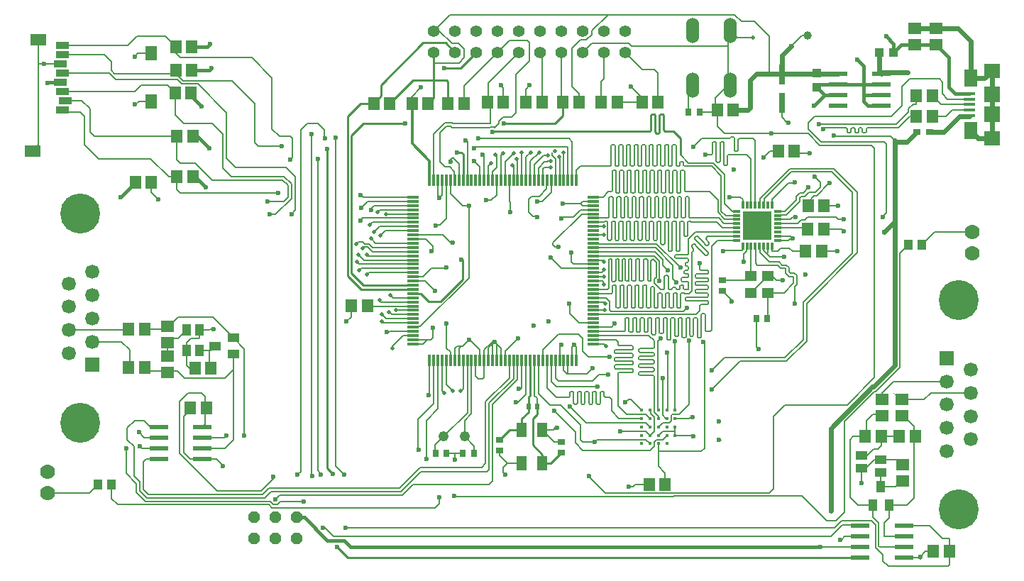
<source format=gtl>
G04*
G04 #@! TF.GenerationSoftware,Altium Limited,Altium Designer,18.0.7 (293)*
G04*
G04 Layer_Physical_Order=1*
G04 Layer_Color=255*
%FSLAX25Y25*%
%MOIN*%
G70*
G01*
G75*
%ADD10C,0.01000*%
%ADD11C,0.00787*%
%ADD21C,0.01968*%
G04:AMPARAMS|DCode=22|XSize=39.37mil|YSize=39.37mil|CornerRadius=19.68mil|HoleSize=0mil|Usage=FLASHONLY|Rotation=90.000|XOffset=0mil|YOffset=0mil|HoleType=Round|Shape=RoundedRectangle|*
%AMROUNDEDRECTD22*
21,1,0.03937,0.00000,0,0,90.0*
21,1,0.00000,0.03937,0,0,90.0*
1,1,0.03937,0.00000,0.00000*
1,1,0.03937,0.00000,0.00000*
1,1,0.03937,0.00000,0.00000*
1,1,0.03937,0.00000,0.00000*
%
%ADD22ROUNDEDRECTD22*%
%ADD23R,0.05200X0.06000*%
%ADD24R,0.03600X0.02800*%
%ADD25R,0.02800X0.03600*%
%ADD26C,0.01457*%
%ADD27R,0.05512X0.04724*%
%ADD28R,0.05900X0.03200*%
%ADD29R,0.07500X0.05500*%
%ADD30R,0.05500X0.07100*%
%ADD31R,0.03347X0.01181*%
%ADD32R,0.01181X0.03347*%
%ADD33R,0.13386X0.13386*%
%ADD34R,0.04331X0.05512*%
%ADD35R,0.05512X0.04331*%
%ADD36R,0.06000X0.05200*%
%ADD37R,0.01181X0.05807*%
%ADD38R,0.05807X0.01181*%
%ADD39R,0.04000X0.05600*%
%ADD40R,0.05600X0.04000*%
%ADD41R,0.04800X0.07100*%
%ADD42R,0.03937X0.05118*%
%ADD43R,0.04400X0.04000*%
%ADD44R,0.04000X0.04400*%
%ADD45R,0.03400X0.02800*%
%ADD46R,0.02400X0.02800*%
%ADD47R,0.08700X0.02400*%
%ADD48R,0.07500X0.07500*%
%ADD49R,0.07500X0.07100*%
%ADD50R,0.06300X0.08300*%
%ADD51R,0.05400X0.01600*%
%ADD52R,0.03000X0.09700*%
%ADD88C,0.05600*%
%ADD94C,0.00000*%
%ADD95C,0.01575*%
%ADD96C,0.02362*%
%ADD97C,0.01181*%
%ADD98P,0.05845X8X202.5*%
%ADD99O,0.06000X0.12000*%
%ADD100C,0.04800*%
%ADD101C,0.18740*%
%ADD102R,0.06653X0.06653*%
%ADD103C,0.06653*%
%ADD104C,0.07000*%
%ADD105C,0.02362*%
D10*
X147000Y15000D02*
X152000Y10000D01*
X308244Y199500D02*
Y207256D01*
X305000Y210500D02*
X308244Y207256D01*
X302000Y210500D02*
X305000D01*
X220500D02*
X293500D01*
X301000D02*
X302000D01*
X300500Y211000D02*
X301000Y210500D01*
X300500Y211000D02*
Y218000D01*
X300000Y218500D02*
X300500Y218000D01*
X299000Y218500D02*
X300000D01*
X298500Y218000D02*
X299000Y218500D01*
X298500Y210500D02*
Y218000D01*
Y210000D02*
Y210500D01*
X298000Y209500D02*
X298500Y210000D01*
X297000Y209500D02*
X298000D01*
X296500Y210000D02*
X297000Y209500D01*
X296500Y210000D02*
Y210500D01*
Y218000D01*
X296000Y218500D02*
X296500Y218000D01*
X295000Y218500D02*
X296000D01*
X294500Y218000D02*
X295000Y218500D01*
X294500Y211000D02*
Y218000D01*
X294000Y210500D02*
X294500Y211000D01*
X293500Y210500D02*
X294000D01*
X206000Y140882D02*
Y150000D01*
X205500D02*
X206000D01*
X195618Y130500D02*
X206000Y140882D01*
X190000Y130500D02*
X195618D01*
X186327Y134173D02*
X190000Y130500D01*
X182724Y134173D02*
X186327D01*
X153787Y143713D02*
Y208287D01*
X152000Y142500D02*
Y217500D01*
X142500Y52000D02*
Y202000D01*
Y52000D02*
X145000Y49500D01*
X153787Y143713D02*
X159390Y138110D01*
X152000Y142500D02*
X158358Y136142D01*
X203500Y200500D02*
X205500D01*
X206299Y199701D01*
X153787Y208287D02*
X159500Y214000D01*
X152000Y10000D02*
X392764D01*
X206299Y187276D02*
Y199701D01*
X159500Y214000D02*
X179000D01*
X253200Y217700D02*
Y224000D01*
X249500Y214000D02*
X253200Y217700D01*
X225500Y214000D02*
X249500D01*
X179000D02*
X179500D01*
X158000Y223500D02*
X164260D01*
X152000Y217500D02*
X158000Y223500D01*
X159390Y138110D02*
X182724D01*
X158358Y136142D02*
X182724D01*
X237795Y86295D02*
Y102724D01*
X237000Y85500D02*
X237795Y86295D01*
X237000Y81000D02*
Y85500D01*
X239000Y63000D02*
Y75500D01*
X192500Y234500D02*
Y247500D01*
X171800Y223500D02*
X182800Y234500D01*
X192500D01*
X167700Y232200D02*
X187500Y252000D01*
X167700Y226940D02*
Y232200D01*
X187500Y252000D02*
X198000D01*
X197500Y240000D02*
X205000D01*
X212500Y247500D01*
X198000Y252000D02*
X202500Y247500D01*
X164260Y223500D02*
X167700Y226940D01*
X192500Y226200D02*
Y234500D01*
X199200Y223500D02*
Y233800D01*
X198500Y234500D02*
X199200Y233800D01*
X192500Y234500D02*
X198500D01*
X189800Y223500D02*
X192500Y226200D01*
X247471Y54412D02*
X252500Y59441D01*
X243400Y54412D02*
X247471D01*
X227950Y70112D02*
X233900D01*
X223397Y65559D02*
X227950Y70112D01*
X233900D02*
Y75400D01*
X237000Y78500D01*
Y81000D01*
X240968Y77469D02*
Y81000D01*
X243400Y54412D02*
Y58600D01*
X239000Y63000D02*
X243400Y58600D01*
X239000Y75500D02*
X240968Y77469D01*
D11*
X258500Y110000D02*
X259449Y109051D01*
Y102724D02*
Y109051D01*
X257480Y108980D02*
X258500Y110000D01*
X257480Y102724D02*
Y108980D01*
X262500Y107000D02*
Y113000D01*
X260500Y115000D02*
X262500Y113000D01*
X251000Y115000D02*
X260500D01*
X255000Y96500D02*
X255512Y97012D01*
Y102724D01*
X305874Y69874D02*
Y71500D01*
Y67563D02*
Y69874D01*
X399500Y94773D02*
Y202500D01*
X386652Y81925D02*
X399500Y94773D01*
X398075Y203925D02*
X399500Y202500D01*
X324700Y219500D02*
Y226200D01*
X330700Y232200D02*
Y250500D01*
X411362Y99522D02*
Y153012D01*
X399922Y88081D02*
X411362Y99522D01*
X427651Y163001D02*
X445500D01*
X421650Y157000D02*
X427651Y163001D01*
X411362Y153012D02*
X415350Y157000D01*
X360500Y250500D02*
X365500Y255500D01*
X368000D01*
X207500Y206500D02*
X208268Y205732D01*
X431500Y19000D02*
X434500D01*
X425500Y25000D02*
X431500Y19000D01*
X413300Y25000D02*
X425500D01*
X331900Y257800D02*
X335199Y254501D01*
X342301D01*
X162500Y166500D02*
X163638Y167638D01*
X182724D01*
X164500Y163000D02*
X167169Y165669D01*
X182724D01*
X167500Y161500D02*
X169701Y163701D01*
X182724D01*
X163000Y160000D02*
X165205Y157795D01*
X182724D01*
X156000Y157500D02*
X157000Y158500D01*
X159000D01*
X159835Y157665D01*
X159897D01*
X159987Y157575D01*
X160925D01*
X162152D01*
X163900Y155827D01*
X182724D01*
X159000Y155500D02*
X159500Y156000D01*
X161500D01*
X163642Y153858D01*
X182724D01*
X161000Y152500D02*
X161610Y151890D01*
X182724D01*
X157000Y152500D02*
X159579Y149921D01*
X182724D01*
X157000Y148500D02*
X157547Y147953D01*
X182724D01*
X157500Y145000D02*
X158484Y145984D01*
X182724D01*
X161000Y143000D02*
X162016Y144016D01*
X182724D01*
X188736Y159764D02*
X192000Y156500D01*
X182724Y159764D02*
X188736D01*
X192000Y154500D02*
Y156500D01*
X172000Y133500D02*
X173295Y132205D01*
X182724D01*
X167000Y131000D02*
X167764Y130236D01*
X182724D01*
X174799Y126299D02*
X182724D01*
X171500Y125500D02*
X172669Y124331D01*
X182724D01*
X168000Y124500D02*
X170138Y122362D01*
X182724D01*
X168000Y121000D02*
X168606Y120394D01*
X182724D01*
X173000Y108500D02*
Y109500D01*
X177988Y114488D01*
X182724D01*
X206299Y89407D02*
Y102724D01*
X205000Y88500D02*
X206299Y89407D01*
X198425Y91575D02*
X201500Y88500D01*
X198425Y91575D02*
Y102724D01*
X196457Y88543D02*
X197500Y87500D01*
X196457Y88543D02*
Y102724D01*
X272449Y110551D02*
X273500Y109500D01*
X267276Y110551D02*
X272449D01*
X267276Y126299D02*
X272799D01*
X272264Y130236D02*
X273000Y129500D01*
X267276Y130236D02*
X272264D01*
X271921Y140079D02*
X272500Y138500D01*
X267276Y140079D02*
X271921D01*
X267276Y142047D02*
X272500Y142000D01*
X271484Y144016D02*
X272500Y145500D01*
X267276Y144016D02*
X271484D01*
X271579Y149921D02*
X272500Y149000D01*
X267276Y149921D02*
X271579D01*
X267276Y161732D02*
X272268D01*
X267276Y165669D02*
X272331D01*
X170075Y171575D02*
X182724D01*
X166000Y172500D02*
X167043Y173543D01*
X182724D01*
X218110Y194110D02*
X219500Y195500D01*
X218110Y187276D02*
Y194110D01*
X221500Y199500D02*
X222000Y199000D01*
Y193500D02*
Y199000D01*
X220079Y191579D02*
X222000Y193500D01*
X220079Y187276D02*
Y191579D01*
X224016Y199016D02*
X225000Y200000D01*
X224016Y187276D02*
Y199016D01*
X225984Y195984D02*
X230000Y200000D01*
X225984Y187276D02*
Y195984D01*
X229500Y194500D02*
X229921Y194079D01*
Y187276D02*
Y194079D01*
X231500Y197500D02*
X231890Y197110D01*
Y187276D02*
Y197110D01*
X233500Y200500D02*
X233858Y200142D01*
Y187276D02*
Y200142D01*
X235827Y198327D02*
X238000Y200500D01*
X235827Y187276D02*
Y198327D01*
X237795Y196295D02*
X242000Y200500D01*
X237795Y187276D02*
Y196295D01*
X244500Y199000D02*
X246000D01*
X244000D02*
X244500D01*
X239764Y194764D02*
X244000Y199000D01*
X239764Y187276D02*
Y194764D01*
X244500Y196000D02*
X247500Y196500D01*
X241732Y193232D02*
X244500Y196000D01*
X241732Y187276D02*
Y193232D01*
X244500Y193500D02*
X247500D01*
X243701Y192701D02*
X244500Y193500D01*
X243701Y187276D02*
Y192701D01*
X247969Y199969D02*
X248500Y200500D01*
X247969Y198969D02*
Y199969D01*
Y198969D02*
X249606Y197331D01*
Y187276D02*
Y197331D01*
X251575Y196425D02*
Y198425D01*
Y187276D02*
Y196425D01*
X253500Y200500D02*
X253543Y187276D01*
X343500Y175661D02*
Y206000D01*
X347500Y198000D02*
X350500Y201000D01*
X354260D01*
X359000Y186000D02*
X362000D01*
X361800Y201000D02*
X362800Y200000D01*
X369000D01*
X362000Y186000D02*
Y186500D01*
X351390Y178390D02*
X359000Y186000D01*
X351390Y175646D02*
Y178390D01*
X255512Y187276D02*
Y202988D01*
X257480Y187276D02*
Y205520D01*
X256000Y207000D02*
X257480Y205520D01*
X211488Y202988D02*
X255512D01*
X211000Y202500D02*
X211488Y202988D01*
X243701Y107701D02*
X251000Y115000D01*
X278000Y140500D02*
Y150000D01*
X277341Y139840D02*
X278000Y140500D01*
X276500Y139840D02*
X277341D01*
X276000Y140340D02*
X276500Y139840D01*
X276000Y140340D02*
Y150315D01*
X275000D02*
X276000D01*
X274661Y149976D02*
X275000Y150315D01*
X274661Y149622D02*
Y149976D01*
Y149622D02*
X274665Y149618D01*
Y136665D02*
Y149618D01*
X274142Y136142D02*
X274665Y136665D01*
X267276Y136142D02*
X274142D01*
X273295Y132205D02*
X275000Y130500D01*
X267276Y132205D02*
X273295D01*
X275594Y125906D02*
X309906D01*
X267276Y124331D02*
X315831D01*
X294500Y149357D02*
X295458Y150315D01*
X294500Y140000D02*
Y149357D01*
X293500Y140000D02*
X294500D01*
X293000Y140500D02*
X293500Y140000D01*
X293000Y140500D02*
Y149815D01*
X292500Y150315D02*
X293000Y149815D01*
X291315Y150315D02*
X292500D01*
X291000Y150000D02*
X291315Y150315D01*
X291000Y140500D02*
Y150000D01*
X290500Y140000D02*
X291000Y140500D01*
X289500Y140000D02*
X290500D01*
X289185Y140315D02*
X289500Y140000D01*
X289185Y140315D02*
Y150315D01*
X287815D02*
X289185D01*
X287500Y150000D02*
X287815Y150315D01*
X287500Y140500D02*
Y150000D01*
X287000Y140000D02*
X287500Y140500D01*
X286000Y140000D02*
X287000D01*
X285500Y140500D02*
X286000Y140000D01*
X285500Y140500D02*
Y150315D01*
X284315D02*
X285500D01*
X284000Y150000D02*
X284315Y150315D01*
X284000Y140000D02*
Y150000D01*
X283000Y140000D02*
X284000D01*
X282500Y140500D02*
X283000Y140000D01*
X282500Y140500D02*
Y150315D01*
X281315D02*
X282500D01*
X281000Y150000D02*
X281315Y150315D01*
X281000Y140000D02*
Y150000D01*
X279840Y140000D02*
X281000D01*
X279500Y140340D02*
X279840Y140000D01*
X279500Y140340D02*
Y150315D01*
X278315D02*
X279500D01*
X278000Y150000D02*
X278315Y150315D01*
X299018Y136142D02*
X300000D01*
X296138Y139022D02*
X299018Y136142D01*
X296138Y139022D02*
Y140978D01*
X296925Y141766D01*
Y148848D01*
X295458Y150315D02*
X296925Y148848D01*
X298500Y140000D02*
Y149500D01*
X307681Y147000D02*
X308500D01*
X267472Y157598D02*
X297083D01*
X267276Y157795D02*
X267472Y157598D01*
X297083D02*
X307681Y147000D01*
X304862Y141138D02*
Y147592D01*
X296627Y155827D02*
X304862Y147592D01*
X267276Y155827D02*
X296627D01*
X267276Y153858D02*
X296369D01*
X300075Y150152D01*
X296110Y151890D02*
X298500Y149500D01*
X267276Y151890D02*
X296110D01*
X130425Y36575D02*
X131000Y36000D01*
X319575Y61500D02*
Y110925D01*
X298000Y60000D02*
Y63626D01*
Y53000D02*
Y60000D01*
X318075D02*
X319575Y61500D01*
X298000Y60000D02*
X318075D01*
X190551Y86500D02*
Y102724D01*
X192520Y82520D02*
Y102724D01*
X185075Y75075D02*
X192520Y82520D01*
X194488Y79988D02*
Y102724D01*
X189000Y74500D02*
X194488Y79988D01*
X256500Y81000D02*
X264000Y73500D01*
X252075Y81925D02*
X261500Y72500D01*
X264000Y73500D02*
X292063D01*
X259000Y64000D02*
X262500Y60500D01*
X259000Y64000D02*
Y69000D01*
X249000Y79000D02*
X259000Y69000D01*
X279563Y75437D02*
X290126D01*
X276000Y79000D02*
X279563Y75437D01*
X276000Y79000D02*
Y84500D01*
X275000Y85500D02*
X276000Y84500D01*
X274000Y85500D02*
X275000D01*
X250000D02*
X255500D01*
X272927D02*
X274000D01*
X272480Y85947D02*
X272927Y85500D01*
X272480Y85947D02*
Y87766D01*
X272033Y88213D02*
X272480Y87766D01*
X271140Y88213D02*
X272033D01*
X270693Y87766D02*
X271140Y88213D01*
X270693Y85500D02*
Y87766D01*
Y82672D02*
Y85500D01*
X270246Y82225D02*
X270693Y82672D01*
X269352Y82225D02*
X270246D01*
X268905Y82672D02*
X269352Y82225D01*
X268905Y82672D02*
Y85500D01*
Y87766D01*
X268459Y88213D02*
X268905Y87766D01*
X267565Y88213D02*
X268459D01*
X267118Y87766D02*
X267565Y88213D01*
X267118Y85500D02*
Y87766D01*
Y82672D02*
Y85500D01*
X266671Y82225D02*
X267118Y82672D01*
X265778Y82225D02*
X266671D01*
X265331Y82672D02*
X265778Y82225D01*
X265331Y82672D02*
Y85500D01*
Y87766D01*
X264884Y88213D02*
X265331Y87766D01*
X263990Y88213D02*
X264884D01*
X263543Y87766D02*
X263990Y88213D01*
X263543Y85500D02*
Y87766D01*
Y82672D02*
Y85500D01*
X263096Y82225D02*
X263543Y82672D01*
X262203Y82225D02*
X263096D01*
X261756Y82672D02*
X262203Y82225D01*
X261756Y82672D02*
Y85500D01*
Y87766D01*
X261309Y88213D02*
X261756Y87766D01*
X260415Y88213D02*
X261309D01*
X259968Y87766D02*
X260415Y88213D01*
X259968Y85500D02*
Y87766D01*
Y82672D02*
Y85500D01*
X259522Y82225D02*
X259968Y82672D01*
X258628Y82225D02*
X259522D01*
X258181Y82672D02*
X258628Y82225D01*
X258181Y82672D02*
Y85500D01*
Y87766D01*
X257734Y88213D02*
X258181Y87766D01*
X256840Y88213D02*
X257734D01*
X256394Y87766D02*
X256840Y88213D01*
X256394Y85947D02*
Y87766D01*
X255947Y85500D02*
X256394Y85947D01*
X255500Y85500D02*
X255947D01*
X245669Y89831D02*
X250000Y85500D01*
X245669Y89831D02*
Y102724D01*
X267276Y112520D02*
X277980D01*
X279000Y111500D01*
Y110500D02*
Y111500D01*
Y81500D02*
Y95000D01*
Y95307D01*
Y96648D01*
X279447Y97095D01*
X285659D01*
X286106Y97541D01*
Y98435D01*
X285659Y98882D02*
X286106Y98435D01*
X279000Y98882D02*
X285659D01*
X277841D02*
X279000D01*
X277394Y99329D02*
X277841Y98882D01*
X277394Y99329D02*
Y100222D01*
X277841Y100669D01*
X279000D01*
X285659D01*
X286106Y101116D01*
Y102010D01*
X285659Y102457D02*
X286106Y102010D01*
X279000Y102457D02*
X285659D01*
X277841D02*
X279000D01*
X277394Y102903D02*
X277841Y102457D01*
X277394Y102903D02*
Y103797D01*
X277841Y104244D01*
X279000D01*
X285659D01*
X286106Y104691D01*
Y105585D01*
X285659Y106032D02*
X286106Y105585D01*
X279000Y106032D02*
X285659D01*
X277841D02*
X279000D01*
X277394Y106478D02*
X277841Y106032D01*
X277394Y106478D02*
Y107372D01*
X277841Y107819D01*
X279000D01*
X285659D01*
X286106Y108266D01*
Y109159D01*
X285659Y109606D02*
X286106Y109159D01*
X279447Y109606D02*
X285659D01*
X279000Y110053D02*
X279447Y109606D01*
X279000Y110053D02*
Y110500D01*
Y81500D02*
X283000Y77500D01*
X289300D01*
X267276Y114488D02*
X293512D01*
X296000Y112000D01*
Y111000D02*
Y112000D01*
Y78427D02*
Y92500D01*
Y94020D01*
Y95360D01*
X295553Y95807D02*
X296000Y95360D01*
X289341Y95807D02*
X295553D01*
X288894Y96254D02*
X289341Y95807D01*
X288894Y96254D02*
Y97148D01*
X289341Y97594D01*
X295553D01*
X296000Y98041D01*
Y98935D01*
X295553Y99382D02*
X296000Y98935D01*
X289341Y99382D02*
X295553D01*
X288894Y99829D02*
X289341Y99382D01*
X288894Y99829D02*
Y100723D01*
X289341Y101169D01*
X295553D01*
X296000Y101616D01*
Y102510D01*
X295553Y102957D02*
X296000Y102510D01*
X289341Y102957D02*
X295553D01*
X288894Y103403D02*
X289341Y102957D01*
X288894Y103403D02*
Y104297D01*
X289341Y104744D01*
X295553D01*
X296000Y105191D01*
Y106085D01*
X295553Y106532D02*
X296000Y106085D01*
X289341Y106532D02*
X295553D01*
X288894Y106978D02*
X289341Y106532D01*
X288894Y106978D02*
Y107872D01*
X289341Y108319D01*
X295553D01*
X296000Y108766D01*
Y110106D01*
Y111000D01*
Y78427D02*
X298000Y76428D01*
X312500Y82000D02*
Y112000D01*
X307846Y77346D02*
X312500Y82000D01*
X304548Y77346D02*
X307846D01*
X303965Y76763D02*
X304548Y77346D01*
X303965Y74465D02*
Y76763D01*
X303000Y73500D02*
X303965Y74465D01*
X300000Y73500D02*
X303000D01*
X336425Y102425D02*
X358152D01*
X367575Y111848D01*
Y129348D01*
X329000Y104000D02*
X357500D01*
X366000Y112500D01*
Y130000D01*
X342500Y207000D02*
X343500Y206000D01*
X336500Y207000D02*
X342500D01*
X318500D02*
X331000D01*
X335915D02*
X336500D01*
X335469Y206553D02*
X335915Y207000D01*
X335469Y201521D02*
Y206553D01*
X335022Y201075D02*
X335469Y201521D01*
X334128Y201075D02*
X335022D01*
X333681Y201521D02*
X334128Y201075D01*
X333681Y201521D02*
Y207000D01*
Y207478D01*
X333234Y207925D02*
X333681Y207478D01*
X332341Y207925D02*
X333234D01*
X331894Y207478D02*
X332341Y207925D01*
X331894Y207447D02*
Y207478D01*
X331447Y207000D02*
X331894Y207447D01*
X331000Y207000D02*
X331447D01*
X314500Y203000D02*
X318500Y207000D01*
X308500Y146500D02*
Y147000D01*
X319000Y111500D02*
X319575Y110925D01*
X379500Y191362D02*
X388862Y182000D01*
X380500Y192937D02*
X391500Y181937D01*
X360349Y191362D02*
X379500D01*
X359697Y192937D02*
X380500D01*
X391500Y153273D02*
Y181937D01*
X372290Y180063D02*
X378227Y186000D01*
X371063Y180063D02*
X372290D01*
X368260Y177260D02*
X371063Y180063D01*
X371638Y181638D02*
X374000Y184000D01*
X368666Y181638D02*
X371638D01*
X347650Y178663D02*
X360349Y191362D01*
X345681Y178922D02*
X359697Y192937D01*
X265000Y104500D02*
X275000D01*
X262500Y107000D02*
X265000Y104500D01*
X243701Y102724D02*
Y107701D01*
X389000Y153000D02*
Y182000D01*
X343516Y175646D02*
X343713D01*
X345681D02*
Y178922D01*
X345484Y175646D02*
X345681D01*
X347650Y175842D02*
Y178663D01*
X347453Y175646D02*
X347650Y175842D01*
X367575Y129348D02*
X391500Y153273D01*
X323000Y89000D02*
X336425Y102425D01*
X323000Y98000D02*
X329000Y104000D01*
X366000Y130000D02*
X389000Y153000D01*
X332610Y172890D02*
X334854D01*
X329138Y176362D02*
X332610Y172890D01*
X329138Y176362D02*
Y190089D01*
X323652Y195575D02*
X329138Y190089D01*
X312169Y195575D02*
X323652D01*
X308244Y199500D02*
X312169Y195575D01*
X221160Y212181D02*
X221181D01*
X220978Y212362D02*
X221160Y212181D01*
X219022Y212362D02*
X220978D01*
X218841Y212181D02*
X219022Y212362D01*
X201160Y212181D02*
X218841D01*
X221181D02*
X223138Y214138D01*
X219000Y214000D02*
Y222700D01*
X201568Y214000D02*
X219000D01*
X209000Y141505D02*
Y175500D01*
X186117Y118622D02*
X209000Y141505D01*
X195500Y209841D02*
X198522Y212862D01*
X321079Y161079D02*
X334854D01*
X313717Y153717D02*
X314250Y154250D01*
X320253Y160253D02*
X321079Y161079D01*
X320253Y159622D02*
Y160253D01*
Y159622D02*
X321765Y158109D01*
Y157477D02*
Y158109D01*
X321133Y156846D02*
X321765Y157477D01*
X320502Y156846D02*
X321133D01*
X318674Y158674D02*
X320502Y156846D01*
X316353Y160994D02*
X318674Y158674D01*
X315721Y160994D02*
X316353D01*
X315089Y160362D02*
X315721Y160994D01*
X315089Y159730D02*
Y160362D01*
Y159730D02*
X317410Y157410D01*
X321425Y153394D01*
Y152762D02*
Y153394D01*
X320793Y152130D02*
X321425Y152762D01*
X320162Y152130D02*
X320793D01*
X316146Y156146D02*
X320162Y152130D01*
X314980Y157311D02*
X316146Y156146D01*
X314348Y157311D02*
X314980D01*
X313716Y156679D02*
X314348Y157311D01*
X313716Y156047D02*
Y156679D01*
Y156047D02*
X314566Y155198D01*
Y154566D02*
Y155198D01*
X314250Y154250D02*
X314566Y154566D01*
X313717Y135489D02*
Y153717D01*
X312400Y134173D02*
X313717Y135489D01*
X311000Y134173D02*
X312400D01*
X312142Y136142D02*
Y139000D01*
X311618Y136142D02*
X312142D01*
X310278D02*
X311618D01*
X309831Y136589D02*
X310278Y136142D01*
X309831Y136589D02*
Y137703D01*
X309384Y138150D02*
X309831Y137703D01*
X308490Y138150D02*
X309384D01*
X308043Y137703D02*
X308490Y138150D01*
X308043Y136589D02*
Y137703D01*
X307596Y136142D02*
X308043Y136589D01*
X306703Y136142D02*
X307596D01*
X306256Y136589D02*
X306703Y136142D01*
X306256Y136589D02*
Y136794D01*
X305809Y137241D02*
X306256Y136794D01*
X304915Y137241D02*
X305809D01*
X304468Y136794D02*
X304915Y137241D01*
X304468Y136589D02*
Y136794D01*
X304022Y136142D02*
X304468Y136589D01*
X303128Y136142D02*
X304022D01*
X302681Y136589D02*
X303128Y136142D01*
X302681Y136589D02*
Y142206D01*
X302234Y142653D02*
X302681Y142206D01*
X301341Y142653D02*
X302234D01*
X300894Y142206D02*
X301341Y142653D01*
X300894Y136589D02*
Y142206D01*
X300447Y136142D02*
X300894Y136589D01*
X300000Y136142D02*
X300447D01*
X310354Y134173D02*
X311000D01*
X309960Y134567D02*
X310354Y134173D01*
X308961Y134567D02*
X309960D01*
X308567Y134173D02*
X308961Y134567D01*
X308567Y127927D02*
Y134173D01*
X308120Y127480D02*
X308567Y127927D01*
X307226Y127480D02*
X308120D01*
X306780Y127927D02*
X307226Y127480D01*
X306780Y127927D02*
Y134173D01*
X306385Y134567D02*
X306780Y134173D01*
X305386Y134567D02*
X306385D01*
X304992Y134173D02*
X305386Y134567D01*
X304992Y127927D02*
Y134173D01*
X304545Y127480D02*
X304992Y127927D01*
X303651Y127480D02*
X304545D01*
X303205Y127927D02*
X303651Y127480D01*
X303205Y127927D02*
Y134173D01*
X302811Y134567D02*
X303205Y134173D01*
X301811Y134567D02*
X302811D01*
X301417Y134173D02*
X301811Y134567D01*
X301417Y127927D02*
Y134173D01*
X300970Y127480D02*
X301417Y127927D01*
X300077Y127480D02*
X300970D01*
X299630Y127927D02*
X300077Y127480D01*
X299630Y127927D02*
Y134173D01*
X299236Y134567D02*
X299630Y134173D01*
X298236Y134567D02*
X299236D01*
X297843Y134173D02*
X298236Y134567D01*
X297843Y127927D02*
Y134173D01*
X297396Y127480D02*
X297843Y127927D01*
X296502Y127480D02*
X297396D01*
X296055Y127927D02*
X296502Y127480D01*
X296055Y127927D02*
Y134173D01*
Y136877D01*
X295608Y137324D02*
X296055Y136877D01*
X294715Y137324D02*
X295608D01*
X294268Y136877D02*
X294715Y137324D01*
X294268Y134173D02*
Y136877D01*
Y127927D02*
Y134173D01*
X293821Y127480D02*
X294268Y127927D01*
X292927Y127480D02*
X293821D01*
X292480Y127927D02*
X292927Y127480D01*
X292480Y127927D02*
Y134173D01*
Y137819D01*
X292033Y138266D02*
X292480Y137819D01*
X291140Y138266D02*
X292033D01*
X290693Y137819D02*
X291140Y138266D01*
X290693Y134173D02*
Y137819D01*
Y127927D02*
Y134173D01*
X290246Y127480D02*
X290693Y127927D01*
X289352Y127480D02*
X290246D01*
X288906Y127927D02*
X289352Y127480D01*
X288906Y127927D02*
Y134173D01*
Y137819D01*
X288459Y138266D02*
X288906Y137819D01*
X287565Y138266D02*
X288459D01*
X287118Y137819D02*
X287565Y138266D01*
X287118Y134173D02*
Y137819D01*
Y127927D02*
Y134173D01*
X286671Y127480D02*
X287118Y127927D01*
X285778Y127480D02*
X286671D01*
X285331Y127927D02*
X285778Y127480D01*
X285331Y127927D02*
Y134173D01*
Y137819D01*
X284884Y138266D02*
X285331Y137819D01*
X283990Y138266D02*
X284884D01*
X283543Y137819D02*
X283990Y138266D01*
X283543Y134173D02*
Y137819D01*
Y127927D02*
Y134173D01*
X283097Y127480D02*
X283543Y127927D01*
X282203Y127480D02*
X283097D01*
X281756Y127927D02*
X282203Y127480D01*
X281756Y127927D02*
Y134173D01*
Y137819D01*
X281309Y138266D02*
X281756Y137819D01*
X280415Y138266D02*
X281309D01*
X279969Y137819D02*
X280415Y138266D01*
X279969Y134173D02*
Y137819D01*
Y127927D02*
Y134173D01*
X279522Y127480D02*
X279969Y127927D01*
X278628Y127480D02*
X279522D01*
X278181Y127927D02*
X278628Y127480D01*
X278181Y127927D02*
Y134173D01*
Y137819D01*
X277734Y138266D02*
X278181Y137819D01*
X276840Y138266D02*
X277734D01*
X276394Y137819D02*
X276840Y138266D01*
X276394Y134620D02*
Y137819D01*
X275947Y134173D02*
X276394Y134620D01*
X275500Y134173D02*
X275947D01*
X304862Y141138D02*
X306500Y139500D01*
X305874Y79374D02*
Y111626D01*
X297638Y111638D02*
X299000Y113000D01*
X315831Y124331D02*
X317500Y126000D01*
X309906Y125906D02*
X311500Y127500D01*
X317500Y126000D02*
Y127500D01*
X272500Y134173D02*
X275500D01*
X267276D02*
X275500D01*
X321500Y116457D02*
X322457D01*
X267276D02*
X281500D01*
X320376D02*
X321500D01*
X319929Y116903D02*
X320376Y116457D01*
X319929Y116903D02*
Y124415D01*
X319482Y124862D02*
X319929Y124415D01*
X318588Y124862D02*
X319482D01*
X318142Y124415D02*
X318588Y124862D01*
X318142Y116457D02*
Y124415D01*
Y113916D02*
Y116457D01*
X317695Y113469D02*
X318142Y113916D01*
X316801Y113469D02*
X317695D01*
X316354Y113916D02*
X316801Y113469D01*
X316354Y113916D02*
Y116457D01*
Y122309D01*
X315908Y122756D02*
X316354Y122309D01*
X315014Y122756D02*
X315908D01*
X314567Y122309D02*
X315014Y122756D01*
X314567Y116457D02*
Y122309D01*
Y114694D02*
Y116457D01*
X314120Y114248D02*
X314567Y114694D01*
X313226Y114248D02*
X314120D01*
X312779Y114694D02*
X313226Y114248D01*
X312779Y114694D02*
Y116457D01*
Y122309D01*
X312333Y122756D02*
X312779Y122309D01*
X311439Y122756D02*
X312333D01*
X310992Y122309D02*
X311439Y122756D01*
X310992Y116457D02*
Y122309D01*
Y113832D02*
Y116457D01*
X310545Y113386D02*
X310992Y113832D01*
X309651Y113386D02*
X310545D01*
X309205Y113832D02*
X309651Y113386D01*
X309205Y113832D02*
Y116457D01*
Y122309D01*
X308758Y122756D02*
X309205Y122309D01*
X307864Y122756D02*
X308758D01*
X307417Y122309D02*
X307864Y122756D01*
X307417Y116457D02*
Y122309D01*
Y114426D02*
Y116457D01*
X306970Y113979D02*
X307417Y114426D01*
X306077Y113979D02*
X306970D01*
X305630Y114426D02*
X306077Y113979D01*
X305630Y114426D02*
Y116457D01*
Y122309D01*
X305183Y122756D02*
X305630Y122309D01*
X304289Y122756D02*
X305183D01*
X303842Y122309D02*
X304289Y122756D01*
X303842Y116457D02*
Y122309D01*
Y112831D02*
Y116457D01*
X303396Y112384D02*
X303842Y112831D01*
X302502Y112384D02*
X303396D01*
X302055Y112831D02*
X302502Y112384D01*
X302055Y112831D02*
Y116457D01*
Y122309D01*
X301608Y122756D02*
X302055Y122309D01*
X300715Y122756D02*
X301608D01*
X300268Y122309D02*
X300715Y122756D01*
X300268Y116457D02*
Y122309D01*
Y115809D02*
Y116457D01*
X299821Y115362D02*
X300268Y115809D01*
X298927Y115362D02*
X299821D01*
X298480Y115809D02*
X298927Y115362D01*
X298480Y115809D02*
Y116457D01*
Y122309D01*
X298033Y122756D02*
X298480Y122309D01*
X297140Y122756D02*
X298033D01*
X296693Y122309D02*
X297140Y122756D01*
X296693Y116457D02*
Y122309D01*
Y115321D02*
Y116457D01*
X296246Y114874D02*
X296693Y115321D01*
X295352Y114874D02*
X296246D01*
X294905Y115321D02*
X295352Y114874D01*
X294905Y115321D02*
Y116457D01*
Y122309D01*
X294459Y122756D02*
X294905Y122309D01*
X293565Y122756D02*
X294459D01*
X293118Y122309D02*
X293565Y122756D01*
X293118Y116457D02*
Y122309D01*
X292724Y116063D02*
X293118Y116457D01*
X291724Y116063D02*
X292724D01*
X291331Y116457D02*
X291724Y116063D01*
X291331Y116457D02*
Y122309D01*
X290884Y122756D02*
X291331Y122309D01*
X289990Y122756D02*
X290884D01*
X289543Y122309D02*
X289990Y122756D01*
X289543Y116457D02*
Y122309D01*
X289149Y116063D02*
X289543Y116457D01*
X288150Y116063D02*
X289149D01*
X287756Y116457D02*
X288150Y116063D01*
X287756Y116457D02*
Y122309D01*
X287309Y122756D02*
X287756Y122309D01*
X286415Y122756D02*
X287309D01*
X285968Y122309D02*
X286415Y122756D01*
X285968Y116457D02*
Y122309D01*
X285575Y116063D02*
X285968Y116457D01*
X284575Y116063D02*
X285575D01*
X284181Y116457D02*
X284575Y116063D01*
X284181Y116457D02*
Y122309D01*
X283734Y122756D02*
X284181Y122309D01*
X282840Y122756D02*
X283734D01*
X282394Y122309D02*
X282840Y122756D01*
X282394Y116903D02*
Y122309D01*
X281947Y116457D02*
X282394Y116903D01*
X281500Y116457D02*
X281947D01*
X322457D02*
X323000Y117000D01*
X320000Y199500D02*
X322500D01*
X330990D02*
X331000D01*
X330543Y199053D02*
X330990Y199500D01*
X330543Y194841D02*
Y199053D01*
X330097Y194394D02*
X330543Y194841D01*
X329203Y194394D02*
X330097D01*
X328756Y194841D02*
X329203Y194394D01*
X328756Y194841D02*
Y199500D01*
Y204978D01*
X328309Y205425D02*
X328756Y204978D01*
X327415Y205425D02*
X328309D01*
X326969Y204978D02*
X327415Y205425D01*
X326969Y199500D02*
Y204978D01*
Y196273D02*
Y199500D01*
X326522Y195826D02*
X326969Y196273D01*
X325628Y195826D02*
X326522D01*
X325181Y196273D02*
X325628Y195826D01*
X325181Y196273D02*
Y199500D01*
Y204978D01*
X324734Y205425D02*
X325181Y204978D01*
X323840Y205425D02*
X324734D01*
X323394Y204978D02*
X323840Y205425D01*
X323394Y199947D02*
Y204978D01*
X322947Y199500D02*
X323394Y199947D01*
X322500Y199500D02*
X322947D01*
X339500D02*
X341547Y197453D01*
X333000Y199500D02*
X339500D01*
X341547Y175646D02*
Y197453D01*
X331000Y199500D02*
X333000D01*
X317500Y146000D02*
Y148500D01*
Y127500D02*
Y128573D01*
X317947Y129020D01*
X320978D01*
X321425Y129467D01*
Y130360D01*
X320978Y130807D02*
X321425Y130360D01*
X317500Y130807D02*
X320978D01*
X311163D02*
X317500D01*
X310716Y131254D02*
X311163Y130807D01*
X310716Y131254D02*
Y132148D01*
X311163Y132595D01*
X317500D01*
X320978D01*
X321425Y133041D01*
Y133935D01*
X320978Y134382D02*
X321425Y133935D01*
X317500Y134382D02*
X320978D01*
X315738D02*
X317500D01*
X315291Y134829D02*
X315738Y134382D01*
X315291Y134829D02*
Y135722D01*
X315738Y136169D01*
X317500D01*
X320978D01*
X321425Y136616D01*
Y137510D01*
X320978Y137957D02*
X321425Y137510D01*
X317500Y137957D02*
X320978D01*
X315738D02*
X317500D01*
X315291Y138403D02*
X315738Y137957D01*
X315291Y138403D02*
Y139297D01*
X315738Y139744D01*
X317500D01*
X320978D01*
X321425Y140191D01*
Y141085D01*
X320978Y141532D02*
X321425Y141085D01*
X317500Y141532D02*
X320978D01*
X315738D02*
X317500D01*
X315291Y141978D02*
X315738Y141532D01*
X315291Y141978D02*
Y142872D01*
X315738Y143319D01*
X317500D01*
X320978D01*
X321425Y143766D01*
Y144659D01*
X320978Y145106D02*
X321425Y144659D01*
X317947Y145106D02*
X320978D01*
X317500Y145553D02*
X317947Y145106D01*
X317500Y145553D02*
Y146000D01*
X315547Y163047D02*
X334854D01*
X312142Y159642D02*
X315547Y163047D01*
X312142Y153500D02*
Y159642D01*
Y152852D02*
Y153500D01*
X311695Y152406D02*
X312142Y152852D01*
X306290Y152406D02*
X311695D01*
X305843Y151959D02*
X306290Y152406D01*
X305843Y151065D02*
Y151959D01*
Y151065D02*
X306290Y150618D01*
X311695D01*
X312142Y150171D01*
Y149277D02*
Y150171D01*
X311695Y148831D02*
X312142Y149277D01*
X311091Y148831D02*
X311695D01*
X310645Y148384D02*
X311091Y148831D01*
X310645Y147490D02*
Y148384D01*
Y147490D02*
X311091Y147043D01*
X311695D01*
X312142Y146597D01*
Y145703D02*
Y146597D01*
X311695Y145256D02*
X312142Y145703D01*
X310596Y145256D02*
X311695D01*
X310150Y144809D02*
X310596Y145256D01*
X310150Y143915D02*
Y144809D01*
Y143915D02*
X310596Y143468D01*
X311695D01*
X312142Y143022D01*
Y142128D02*
Y143022D01*
X311695Y141681D02*
X312142Y142128D01*
X309154Y141681D02*
X311695D01*
X308707Y141234D02*
X309154Y141681D01*
X308707Y140341D02*
Y141234D01*
Y140341D02*
X309154Y139894D01*
X311695D01*
X312142Y139447D01*
Y139000D02*
Y139447D01*
X328865Y167181D02*
X334658D01*
X326439Y169606D02*
X328865Y167181D01*
X314500Y169606D02*
X326439D01*
X267276D02*
X274000D01*
X314216D02*
X314500D01*
X312876D02*
X314216D01*
X312429Y170053D02*
X312876Y169606D01*
X312429Y170053D02*
Y179266D01*
X311982Y179712D02*
X312429Y179266D01*
X311088Y179712D02*
X311982D01*
X310642Y179266D02*
X311088Y179712D01*
X310642Y170053D02*
Y179266D01*
X310195Y169606D02*
X310642Y170053D01*
X309301Y169606D02*
X310195D01*
X308854Y170053D02*
X309301Y169606D01*
X308854Y170053D02*
Y179266D01*
X308407Y179712D02*
X308854Y179266D01*
X307514Y179712D02*
X308407D01*
X307067Y179266D02*
X307514Y179712D01*
X307067Y170053D02*
Y179266D01*
X306620Y169606D02*
X307067Y170053D01*
X305726Y169606D02*
X306620D01*
X305279Y170053D02*
X305726Y169606D01*
X305279Y170053D02*
Y179266D01*
X304833Y179712D02*
X305279Y179266D01*
X303939Y179712D02*
X304833D01*
X303492Y179266D02*
X303939Y179712D01*
X303492Y170053D02*
Y179266D01*
X303045Y169606D02*
X303492Y170053D01*
X302151Y169606D02*
X303045D01*
X301705Y170053D02*
X302151Y169606D01*
X301705Y170053D02*
Y179266D01*
X301258Y179712D02*
X301705Y179266D01*
X300364Y179712D02*
X301258D01*
X299917Y179266D02*
X300364Y179712D01*
X299917Y170053D02*
Y179266D01*
X299470Y169606D02*
X299917Y170053D01*
X298577Y169606D02*
X299470D01*
X298130Y170053D02*
X298577Y169606D01*
X298130Y170053D02*
Y179266D01*
X297683Y179712D02*
X298130Y179266D01*
X296789Y179712D02*
X297683D01*
X296342Y179266D02*
X296789Y179712D01*
X296342Y170053D02*
Y179266D01*
X295896Y169606D02*
X296342Y170053D01*
X295002Y169606D02*
X295896D01*
X294555Y170053D02*
X295002Y169606D01*
X294555Y170053D02*
Y179266D01*
X294108Y179712D02*
X294555Y179266D01*
X293215Y179712D02*
X294108D01*
X292768Y179266D02*
X293215Y179712D01*
X292768Y170053D02*
Y179266D01*
X292321Y169606D02*
X292768Y170053D01*
X291427Y169606D02*
X292321D01*
X290980Y170053D02*
X291427Y169606D01*
X290980Y170053D02*
Y179266D01*
X290533Y179712D02*
X290980Y179266D01*
X289640Y179712D02*
X290533D01*
X289193Y179266D02*
X289640Y179712D01*
X289193Y170053D02*
Y179266D01*
X288746Y169606D02*
X289193Y170053D01*
X287852Y169606D02*
X288746D01*
X287405Y170053D02*
X287852Y169606D01*
X287405Y170053D02*
Y179266D01*
X286959Y179712D02*
X287405Y179266D01*
X286065Y179712D02*
X286959D01*
X285618Y179266D02*
X286065Y179712D01*
X285618Y170053D02*
Y179266D01*
X285171Y169606D02*
X285618Y170053D01*
X284278Y169606D02*
X285171D01*
X283831Y170053D02*
X284278Y169606D01*
X283831Y170053D02*
Y179266D01*
X283384Y179712D02*
X283831Y179266D01*
X282490Y179712D02*
X283384D01*
X282043Y179266D02*
X282490Y179712D01*
X282043Y170053D02*
Y179266D01*
X281596Y169606D02*
X282043Y170053D01*
X280703Y169606D02*
X281596D01*
X280256Y170053D02*
X280703Y169606D01*
X280256Y170053D02*
Y179266D01*
X279809Y179712D02*
X280256Y179266D01*
X278915Y179712D02*
X279809D01*
X278468Y179266D02*
X278915Y179712D01*
X278468Y170053D02*
Y179266D01*
X278022Y169606D02*
X278468Y170053D01*
X277128Y169606D02*
X278022D01*
X276681Y170053D02*
X277128Y169606D01*
X276681Y170053D02*
Y179266D01*
X276234Y179712D02*
X276681Y179266D01*
X275341Y179712D02*
X276234D01*
X274894Y179266D02*
X275341Y179712D01*
X274894Y170053D02*
Y179266D01*
X274447Y169606D02*
X274894Y170053D01*
X274000Y169606D02*
X274447D01*
X329123Y169150D02*
X334658D01*
X325988Y172285D02*
X329123Y169150D01*
X325988Y172285D02*
Y178012D01*
X322000Y182000D02*
X325988Y178012D01*
X311000Y182000D02*
X322000D01*
X274500D02*
X275394D01*
X310695D02*
X311000D01*
X310248Y182447D02*
X310695Y182000D01*
X310248Y182447D02*
Y191659D01*
X309801Y192106D02*
X310248Y191659D01*
X308908Y192106D02*
X309801D01*
X308461Y191659D02*
X308908Y192106D01*
X308461Y182000D02*
Y191659D01*
Y181734D02*
Y182000D01*
X308014Y181287D02*
X308461Y181734D01*
X307120Y181287D02*
X308014D01*
X306673Y181734D02*
X307120Y181287D01*
X306673Y181734D02*
Y182000D01*
Y191659D01*
X306226Y192106D02*
X306673Y191659D01*
X305333Y192106D02*
X306226D01*
X304886Y191659D02*
X305333Y192106D01*
X304886Y182000D02*
Y191659D01*
Y181734D02*
Y182000D01*
X304439Y181287D02*
X304886Y181734D01*
X303545Y181287D02*
X304439D01*
X303098Y181734D02*
X303545Y181287D01*
X303098Y181734D02*
Y182000D01*
Y191659D01*
X302652Y192106D02*
X303098Y191659D01*
X301758Y192106D02*
X302652D01*
X301311Y191659D02*
X301758Y192106D01*
X301311Y182000D02*
Y191659D01*
Y181734D02*
Y182000D01*
X300864Y181287D02*
X301311Y181734D01*
X299970Y181287D02*
X300864D01*
X299524Y181734D02*
X299970Y181287D01*
X299524Y181734D02*
Y182000D01*
Y191659D01*
X299077Y192106D02*
X299524Y191659D01*
X298183Y192106D02*
X299077D01*
X297736Y191659D02*
X298183Y192106D01*
X297736Y182000D02*
Y191659D01*
Y181734D02*
Y182000D01*
X297289Y181287D02*
X297736Y181734D01*
X296396Y181287D02*
X297289D01*
X295949Y181734D02*
X296396Y181287D01*
X295949Y181734D02*
Y182000D01*
Y191659D01*
X295502Y192106D02*
X295949Y191659D01*
X294608Y192106D02*
X295502D01*
X294161Y191659D02*
X294608Y192106D01*
X294161Y182000D02*
Y191659D01*
Y181734D02*
Y182000D01*
X293715Y181287D02*
X294161Y181734D01*
X292821Y181287D02*
X293715D01*
X292374Y181734D02*
X292821Y181287D01*
X292374Y181734D02*
Y182000D01*
Y191659D01*
X291927Y192106D02*
X292374Y191659D01*
X291033Y192106D02*
X291927D01*
X290587Y191659D02*
X291033Y192106D01*
X290587Y182000D02*
Y191659D01*
Y181734D02*
Y182000D01*
X290140Y181287D02*
X290587Y181734D01*
X289246Y181287D02*
X290140D01*
X288799Y181734D02*
X289246Y181287D01*
X288799Y181734D02*
Y182000D01*
Y191659D01*
X288352Y192106D02*
X288799Y191659D01*
X287459Y192106D02*
X288352D01*
X287012Y191659D02*
X287459Y192106D01*
X287012Y182000D02*
Y191659D01*
Y181734D02*
Y182000D01*
X286565Y181287D02*
X287012Y181734D01*
X285671Y181287D02*
X286565D01*
X285224Y181734D02*
X285671Y181287D01*
X285224Y181734D02*
Y182000D01*
Y191659D01*
X284778Y192106D02*
X285224Y191659D01*
X283884Y192106D02*
X284778D01*
X283437Y191659D02*
X283884Y192106D01*
X283437Y182000D02*
Y191659D01*
Y181734D02*
Y182000D01*
X282990Y181287D02*
X283437Y181734D01*
X282097Y181287D02*
X282990D01*
X281650Y181734D02*
X282097Y181287D01*
X281650Y181734D02*
Y182000D01*
Y191659D01*
X281203Y192106D02*
X281650Y191659D01*
X280309Y192106D02*
X281203D01*
X279862Y191659D02*
X280309Y192106D01*
X279862Y182000D02*
Y191659D01*
Y181734D02*
Y182000D01*
X279415Y181287D02*
X279862Y181734D01*
X278522Y181287D02*
X279415D01*
X278075Y181734D02*
X278522Y181287D01*
X278075Y181734D02*
Y182000D01*
Y191659D01*
X277628Y192106D02*
X278075Y191659D01*
X276734Y192106D02*
X277628D01*
X276287Y191659D02*
X276734Y192106D01*
X276287Y182447D02*
Y191659D01*
X275840Y182000D02*
X276287Y182447D01*
X275394Y182000D02*
X275840D01*
X271949Y179449D02*
X274500Y182000D01*
X267276Y179449D02*
X271949D01*
X329579Y170921D02*
X334854D01*
X327563Y172937D02*
X329579Y170921D01*
X327563Y172937D02*
Y189437D01*
X323000Y194000D02*
X327563Y189437D01*
X312000Y194000D02*
X323000D01*
X261500D02*
X275000D01*
X311642D02*
X312000D01*
X310301D02*
X311642D01*
X309854Y194447D02*
X310301Y194000D01*
X309854Y194447D02*
Y195663D01*
X309407Y196110D02*
X309854Y195663D01*
X308514Y196110D02*
X309407D01*
X308067Y195663D02*
X308514Y196110D01*
X308067Y194447D02*
Y195663D01*
X307620Y194000D02*
X308067Y194447D01*
X306726Y194000D02*
X307620D01*
X306279Y194447D02*
X306726Y194000D01*
X306279Y194447D02*
Y203659D01*
X305833Y204106D02*
X306279Y203659D01*
X304939Y204106D02*
X305833D01*
X304492Y203659D02*
X304939Y204106D01*
X304492Y194447D02*
Y203659D01*
X304045Y194000D02*
X304492Y194447D01*
X303151Y194000D02*
X304045D01*
X302705Y194447D02*
X303151Y194000D01*
X302705Y194447D02*
Y203659D01*
X302258Y204106D02*
X302705Y203659D01*
X301364Y204106D02*
X302258D01*
X300917Y203659D02*
X301364Y204106D01*
X300917Y194447D02*
Y203659D01*
X300470Y194000D02*
X300917Y194447D01*
X299577Y194000D02*
X300470D01*
X299130Y194447D02*
X299577Y194000D01*
X299130Y194447D02*
Y203659D01*
X298683Y204106D02*
X299130Y203659D01*
X297789Y204106D02*
X298683D01*
X297342Y203659D02*
X297789Y204106D01*
X297342Y194447D02*
Y203659D01*
X296896Y194000D02*
X297342Y194447D01*
X296002Y194000D02*
X296896D01*
X295555Y194447D02*
X296002Y194000D01*
X295555Y194447D02*
Y203659D01*
X295108Y204106D02*
X295555Y203659D01*
X294215Y204106D02*
X295108D01*
X293768Y203659D02*
X294215Y204106D01*
X293768Y194447D02*
Y203659D01*
X293321Y194000D02*
X293768Y194447D01*
X292427Y194000D02*
X293321D01*
X291980Y194447D02*
X292427Y194000D01*
X291980Y194447D02*
Y203659D01*
X291533Y204106D02*
X291980Y203659D01*
X290640Y204106D02*
X291533D01*
X290193Y203659D02*
X290640Y204106D01*
X290193Y194447D02*
Y203659D01*
X289746Y194000D02*
X290193Y194447D01*
X288852Y194000D02*
X289746D01*
X288405Y194447D02*
X288852Y194000D01*
X288405Y194447D02*
Y203659D01*
X287959Y204106D02*
X288405Y203659D01*
X287065Y204106D02*
X287959D01*
X286618Y203659D02*
X287065Y204106D01*
X286618Y194447D02*
Y203659D01*
X286171Y194000D02*
X286618Y194447D01*
X285278Y194000D02*
X286171D01*
X284831Y194447D02*
X285278Y194000D01*
X284831Y194447D02*
Y203659D01*
X284384Y204106D02*
X284831Y203659D01*
X283490Y204106D02*
X284384D01*
X283043Y203659D02*
X283490Y204106D01*
X283043Y194447D02*
Y203659D01*
X282596Y194000D02*
X283043Y194447D01*
X281703Y194000D02*
X282596D01*
X281256Y194447D02*
X281703Y194000D01*
X281256Y194447D02*
Y203659D01*
X280809Y204106D02*
X281256Y203659D01*
X279915Y204106D02*
X280809D01*
X279468Y203659D02*
X279915Y204106D01*
X279468Y194447D02*
Y203659D01*
X279022Y194000D02*
X279468Y194447D01*
X278128Y194000D02*
X279022D01*
X277681Y194447D02*
X278128Y194000D01*
X277681Y194447D02*
Y203659D01*
X277234Y204106D02*
X277681Y203659D01*
X276341Y204106D02*
X277234D01*
X275894Y203659D02*
X276341Y204106D01*
X275894Y194447D02*
Y203659D01*
X275447Y194000D02*
X275894Y194447D01*
X275000Y194000D02*
X275447D01*
X259449Y191949D02*
X261500Y194000D01*
X259449Y187276D02*
Y191949D01*
X327984Y165016D02*
X334854D01*
X325362Y167638D02*
X327984Y165016D01*
X315000Y167638D02*
X325362D01*
X267276D02*
X271500D01*
X313504D02*
X315000D01*
X313110Y168032D02*
X313504Y167638D01*
X312110Y168032D02*
X313110D01*
X311717Y167638D02*
X312110Y168032D01*
X311717Y161443D02*
Y167638D01*
X311270Y160996D02*
X311717Y161443D01*
X310376Y160996D02*
X311270D01*
X309929Y161443D02*
X310376Y160996D01*
X309929Y161443D02*
Y167638D01*
X309535Y168032D02*
X309929Y167638D01*
X308536Y168032D02*
X309535D01*
X308142Y167638D02*
X308536Y168032D01*
X308142Y154514D02*
Y167638D01*
X307695Y154067D02*
X308142Y154514D01*
X306801Y154067D02*
X307695D01*
X306354Y154514D02*
X306801Y154067D01*
X306354Y154514D02*
Y167638D01*
X305960Y168032D02*
X306354Y167638D01*
X304961Y168032D02*
X305960D01*
X304567Y167638D02*
X304961Y168032D01*
X304567Y154514D02*
Y167638D01*
X304120Y154067D02*
X304567Y154514D01*
X303226Y154067D02*
X304120D01*
X302780Y154514D02*
X303226Y154067D01*
X302780Y154514D02*
Y167638D01*
X302386Y168032D02*
X302780Y167638D01*
X301386Y168032D02*
X302386D01*
X300992Y167638D02*
X301386Y168032D01*
X300992Y157703D02*
Y167638D01*
X300545Y157257D02*
X300992Y157703D01*
X299652Y157257D02*
X300545D01*
X299205Y157703D02*
X299652Y157257D01*
X299205Y157703D02*
Y167638D01*
X298811Y168032D02*
X299205Y167638D01*
X297811Y168032D02*
X298811D01*
X297417Y167638D02*
X297811Y168032D01*
X297417Y159620D02*
Y167638D01*
X296970Y159173D02*
X297417Y159620D01*
X296077Y159173D02*
X296970D01*
X295630Y159620D02*
X296077Y159173D01*
X295630Y159620D02*
Y167638D01*
X295236Y168032D02*
X295630Y167638D01*
X294236Y168032D02*
X295236D01*
X293843Y167638D02*
X294236Y168032D01*
X293843Y159620D02*
Y167638D01*
X293396Y159173D02*
X293843Y159620D01*
X292502Y159173D02*
X293396D01*
X292055Y159620D02*
X292502Y159173D01*
X292055Y159620D02*
Y167638D01*
X291661Y168032D02*
X292055Y167638D01*
X290662Y168032D02*
X291661D01*
X290268Y167638D02*
X290662Y168032D01*
X290268Y159620D02*
Y167638D01*
X289821Y159173D02*
X290268Y159620D01*
X288927Y159173D02*
X289821D01*
X288480Y159620D02*
X288927Y159173D01*
X288480Y159620D02*
Y167638D01*
X288087Y168032D02*
X288480Y167638D01*
X287087Y168032D02*
X288087D01*
X286693Y167638D02*
X287087Y168032D01*
X286693Y159620D02*
Y167638D01*
X286246Y159173D02*
X286693Y159620D01*
X285352Y159173D02*
X286246D01*
X284906Y159620D02*
X285352Y159173D01*
X284906Y159620D02*
Y167638D01*
X284512Y168032D02*
X284906Y167638D01*
X283512Y168032D02*
X284512D01*
X283118Y167638D02*
X283512Y168032D01*
X283118Y159620D02*
Y167638D01*
X282671Y159173D02*
X283118Y159620D01*
X281778Y159173D02*
X282671D01*
X281331Y159620D02*
X281778Y159173D01*
X281331Y159620D02*
Y167638D01*
X280937Y168032D02*
X281331Y167638D01*
X279937Y168032D02*
X280937D01*
X279543Y167638D02*
X279937Y168032D01*
X279543Y159620D02*
Y167638D01*
X279097Y159173D02*
X279543Y159620D01*
X278203Y159173D02*
X279097D01*
X277756Y159620D02*
X278203Y159173D01*
X277756Y159620D02*
Y167638D01*
X277362Y168032D02*
X277756Y167638D01*
X276362Y168032D02*
X277362D01*
X275969Y167638D02*
X276362Y168032D01*
X275969Y159620D02*
Y167638D01*
X275522Y159173D02*
X275969Y159620D01*
X274628Y159173D02*
X275522D01*
X274181Y159620D02*
X274628Y159173D01*
X274181Y159620D02*
Y167638D01*
X273787Y168032D02*
X274181Y167638D01*
X272787Y168032D02*
X273787D01*
X272394Y167638D02*
X272787Y168032D01*
X271500Y167638D02*
X272394D01*
X323000Y117000D02*
Y156500D01*
X275000Y126500D02*
X275594Y125906D01*
X275000Y126500D02*
Y130500D01*
X325610Y159110D02*
X334854D01*
X323000Y156500D02*
X325610Y159110D01*
X116369Y33563D02*
X193063D01*
X114932Y35000D02*
X116369Y33563D01*
X193063D02*
X195000Y35500D01*
X41150Y37850D02*
Y44500D01*
Y37850D02*
X44000Y35000D01*
X56971Y36575D02*
X115585D01*
X52850Y40695D02*
X56971Y36575D01*
X52850Y40695D02*
Y44791D01*
X48000Y49641D02*
X52850Y44791D01*
X54425Y41348D02*
Y45744D01*
Y41348D02*
X57604Y38169D01*
X58256Y39744D02*
X111971D01*
X56000Y42000D02*
X58256Y39744D01*
X56000Y42000D02*
Y55000D01*
X57500Y56500D01*
X63264D01*
X146500Y53000D02*
X150500Y49000D01*
X195000Y35500D02*
Y38500D01*
X275925Y118425D02*
X277500Y120000D01*
X267276Y118425D02*
X275925D01*
X261500Y65500D02*
X262500Y64500D01*
X261500Y65500D02*
Y72500D01*
X247075Y81925D02*
X252075D01*
X241732Y87268D02*
X247075Y81925D01*
X241732Y87268D02*
Y102724D01*
X247638Y92862D02*
Y102724D01*
Y92862D02*
X250000Y90500D01*
X249606Y94394D02*
Y102724D01*
Y94394D02*
X251000Y93000D01*
X268000Y64500D02*
X269000Y65500D01*
X262500Y64500D02*
X268000D01*
X269000Y65500D02*
X289300D01*
X299909Y65535D02*
X301937Y67563D01*
X297209Y65535D02*
X299909D01*
X296091Y64417D02*
X297209Y65535D01*
X298000Y67563D02*
X299937Y69500D01*
X265500Y48000D02*
Y48500D01*
Y48000D02*
X273181Y40319D01*
X304329D01*
X304585Y40575D01*
X350075D01*
X202256Y38744D02*
X304982D01*
X202000Y39000D02*
X202256Y38744D01*
X305238Y39000D02*
X365500D01*
X304982Y38744D02*
X305238Y39000D01*
X262500Y60500D02*
X294000D01*
X287000Y44500D02*
X293700D01*
X286000Y43500D02*
X287000Y44500D01*
X350075Y40575D02*
X352000Y42500D01*
Y76500D01*
X357425Y81925D01*
X386652D01*
X399511Y88081D02*
X399922D01*
X385500Y74070D02*
X399511Y88081D01*
X385500Y31500D02*
Y74070D01*
X391831Y34669D02*
X398760D01*
X388000Y38500D02*
X391831Y34669D01*
X388000Y38500D02*
Y65500D01*
X389500Y67000D01*
X395200D01*
X398850Y77350D02*
X403000D01*
X395850Y74350D02*
X398850Y77350D01*
X395850Y67000D02*
Y74350D01*
X381500Y27500D02*
X385500Y31500D01*
X403000Y87500D02*
X408405Y92905D01*
X403000Y84300D02*
Y87500D01*
X373848Y203925D02*
X398075D01*
X368273Y209500D02*
X373848Y203925D01*
X351000Y209500D02*
X368273D01*
X189000Y56500D02*
Y74500D01*
X185075Y60925D02*
X185306Y60694D01*
X377000Y27500D02*
X381500D01*
X365500Y39000D02*
X377000Y27500D01*
X186000Y52500D02*
X215000D01*
X186500Y50500D02*
X217500D01*
X182921Y118622D02*
X186117D01*
X182724Y118425D02*
X182921Y118622D01*
X191500Y154000D02*
X192000Y154500D01*
X200500Y158000D02*
X201500D01*
X196768Y161732D02*
X200500Y158000D01*
X182724Y161732D02*
X196768D01*
X195000Y179000D02*
X196457Y180457D01*
Y187276D01*
X195000Y179000D02*
Y180000D01*
X194488Y180512D02*
X195000Y180000D01*
X194488Y180512D02*
Y187276D01*
X193500Y166000D02*
X194000Y166500D01*
X195500D01*
X198425Y169425D01*
Y187276D01*
X206000Y175500D02*
X209000D01*
X200394Y181106D02*
X206000Y175500D01*
X200394Y181106D02*
Y187276D01*
X227953Y177547D02*
Y187276D01*
Y177547D02*
X228500Y177000D01*
Y172500D02*
Y177000D01*
X217000Y178000D02*
X219500D01*
X222047Y180547D01*
Y187276D01*
X240500Y170500D02*
X241000Y170000D01*
X239000Y170500D02*
X240500D01*
X237000Y172500D02*
X239000Y170500D01*
X237000Y172500D02*
Y178500D01*
X238362Y179862D01*
X241979D01*
X245472Y183356D01*
Y187079D01*
X245669Y187276D01*
X249500Y156000D02*
X251000D01*
X248500Y157000D02*
X249500Y156000D01*
X248500Y157000D02*
Y158000D01*
X262075Y171575D01*
X267276D01*
X252500Y169500D02*
X253000Y170000D01*
X258000D01*
X261543Y173543D01*
X267276D01*
X241000Y177500D02*
X243500D01*
X247638Y181638D01*
Y187276D01*
X261500Y176500D02*
X262488Y175512D01*
X267276D01*
X262480Y177480D02*
X267276D01*
X261500Y176500D02*
X262480Y177480D01*
X253000Y176500D02*
X261500D01*
X247500Y151000D02*
X252516Y145984D01*
X267276D01*
X257000Y149000D02*
Y153500D01*
Y149000D02*
X258047Y147953D01*
X267276D01*
X256000Y129500D02*
X256500Y129000D01*
Y124787D02*
Y129000D01*
Y124787D02*
X260894Y120394D01*
X267276D01*
X255000Y96500D02*
X264500D01*
X267000Y99000D01*
X253543Y97957D02*
X255000Y96500D01*
X253543Y97957D02*
Y102724D01*
X251575Y109075D02*
X252500Y110000D01*
X251575Y102724D02*
Y109075D01*
X225984Y106984D02*
X232000Y113000D01*
X225984Y102724D02*
Y106984D01*
X222047Y110453D02*
X224016Y108484D01*
X221000Y111500D02*
X222047Y110453D01*
X224016Y102724D02*
Y108484D01*
X222047Y102724D02*
Y110453D01*
X220079Y110579D02*
X221000Y111500D01*
X218110Y108610D02*
X220079Y110579D01*
X216142Y107642D02*
X220000Y111500D01*
X220079Y102724D02*
Y110579D01*
X218110Y102724D02*
Y108610D01*
X220000Y111500D02*
X221000D01*
X216142Y102724D02*
Y107642D01*
Y94642D02*
Y102724D01*
X215500Y94000D02*
X216142Y94642D01*
X213500Y94000D02*
X215500D01*
X212205Y95295D02*
X213500Y94000D01*
X212205Y95295D02*
Y102724D01*
X209500Y112500D02*
X214173Y107827D01*
Y102724D02*
Y107827D01*
X203500Y109500D02*
X205500D01*
X202362Y108362D02*
X203500Y109500D01*
X202362Y102724D02*
Y108362D01*
X204331Y102724D02*
Y108331D01*
X205500Y109500D01*
X206000D01*
X209000Y112500D01*
X198500Y108500D02*
Y120000D01*
Y108500D02*
X200394Y106606D01*
Y102724D02*
Y106606D01*
X189520Y112520D02*
X191020D01*
X182724D02*
X189520D01*
X187551Y110551D02*
X189520Y112520D01*
X182724Y110551D02*
X187551D01*
X192000Y113500D02*
Y118000D01*
X191020Y112520D02*
X192000Y113500D01*
X191500Y146000D02*
X198500D01*
Y146500D01*
X187547Y142047D02*
X191500Y146000D01*
X182724Y142047D02*
X187547D01*
X188421Y140079D02*
X193000Y135500D01*
X182724Y140079D02*
X188421D01*
X215000Y52500D02*
X216850Y54350D01*
X176425Y42925D02*
X186000Y52500D01*
X202400Y59000D02*
X206240D01*
X198559D02*
X202400D01*
Y56100D02*
X202500Y56000D01*
X202400Y56100D02*
Y59000D01*
X211399D02*
Y62601D01*
X207000Y67000D02*
X211399Y62601D01*
X193000Y63000D02*
X197000Y67000D01*
X193000Y59400D02*
X193400Y59000D01*
X193000Y59400D02*
Y63000D01*
X185075Y60925D02*
Y75075D01*
X225000Y50000D02*
X226000Y49000D01*
X220000Y46000D02*
Y82000D01*
X218500Y44500D02*
X220000Y46000D01*
X182727Y44500D02*
X218500D01*
X225000Y50000D02*
Y52324D01*
X227088Y54412D01*
X233900D01*
X223397Y58103D02*
X227088Y54412D01*
X223397Y58103D02*
Y60400D01*
X249500Y71000D02*
X250500D01*
X248612Y70112D02*
X249500Y71000D01*
X243400Y70112D02*
X248612D01*
X243400D02*
X248912Y64600D01*
X252500D01*
X284000Y43500D02*
X286000D01*
X282500Y83000D02*
X284000Y84500D01*
X285000D01*
X290126Y79374D01*
X289300Y65500D02*
X289335Y65535D01*
X294000Y60500D02*
X296091Y62590D01*
X280000Y69500D02*
X292000D01*
X293937Y67563D01*
X294063D01*
X296000Y69500D01*
Y76200D01*
X294425Y77775D02*
X296000Y76200D01*
X294425Y77775D02*
Y79012D01*
X294063Y79374D02*
X294425Y79012D01*
X298000Y75437D02*
Y76428D01*
X313000Y76000D02*
X314000D01*
X312437Y75437D02*
X313000Y76000D01*
X305874Y75437D02*
X312437D01*
X313937Y67563D02*
X314500Y67000D01*
X305874Y67563D02*
X313937D01*
X305500Y69500D02*
X305874Y69874D01*
X299937Y69500D02*
X305500D01*
X9523Y242023D02*
X17122D01*
X343941Y109059D02*
X345000Y108000D01*
X343941Y109059D02*
Y122500D01*
X374000Y15000D02*
X392764D01*
X410706Y212000D02*
X416206Y217500D01*
X409787Y213787D02*
X415419Y219419D01*
Y220989D01*
X384000Y164500D02*
X385000Y163500D01*
X375740Y164500D02*
X384000D01*
X404000Y205500D02*
X405000Y204500D01*
X374500Y205500D02*
X404000D01*
X368500Y211500D02*
X374500Y205500D01*
X406925Y208075D02*
X409000Y206000D01*
X395845Y208075D02*
X406925D01*
X395824Y208053D02*
X395845Y208075D01*
X386476Y208053D02*
X395824D01*
X386454Y208075D02*
X386476Y208053D01*
X380925Y208075D02*
X386454D01*
X380500Y208500D02*
X380925Y208075D01*
X371500Y217500D02*
X407500D01*
X368500Y214500D02*
X371500Y217500D01*
X368500Y211500D02*
Y214500D01*
X373273Y213727D02*
X373408Y213862D01*
X375500Y211500D02*
X376000Y212000D01*
X377500Y213787D02*
X409787D01*
X377440Y213727D02*
X377500Y213787D01*
X376613Y213727D02*
X377440D01*
X376479Y213862D02*
X376613Y213727D01*
X373408Y213862D02*
X376479D01*
X376000Y212000D02*
X384000D01*
X378227Y186000D02*
X378500D01*
X368260Y175500D02*
Y177260D01*
X403500Y170000D02*
X404000Y170500D01*
X366681Y168681D02*
X368000Y170000D01*
X381500D01*
X382500Y169000D01*
X385000D01*
X404000Y170500D02*
Y171000D01*
X405000Y172000D01*
Y204500D01*
X407500Y217500D02*
X412500Y222500D01*
Y231500D01*
X416000Y235000D01*
X430000D01*
X431500Y233500D01*
Y228000D02*
Y233500D01*
Y228000D02*
X433900Y225600D01*
X444177D01*
X365111Y168681D02*
X366681D01*
X363414Y166984D02*
X365111Y168681D01*
X354146Y166984D02*
X363414D01*
X359953Y168953D02*
X361000Y170000D01*
X362500D01*
X375740Y164500D02*
Y165260D01*
X359921Y161079D02*
X361000Y160000D01*
X354146Y161079D02*
X359921D01*
X360000Y160000D02*
X361000D01*
X359110Y159110D02*
X360000Y160000D01*
X354146Y159110D02*
X359110D01*
X354146Y168953D02*
X359953D01*
X375800Y175500D02*
X382500D01*
X354146Y165016D02*
X367684D01*
X374740Y154000D02*
X382000D01*
X351390Y154110D02*
Y156354D01*
X361000Y154000D02*
X367200D01*
X359500Y155500D02*
X361000Y154000D01*
X355500Y155500D02*
X359500D01*
X354110Y154110D02*
X355500Y155500D01*
X351390Y154110D02*
X354110D01*
X347453Y154547D02*
X350500Y151500D01*
X349260Y153307D02*
Y156354D01*
X349421D01*
X350500Y151500D02*
X357000D01*
X347453Y154547D02*
Y156354D01*
X328500Y154000D02*
X329000Y154500D01*
X337463D01*
X337500Y154537D01*
Y156244D01*
X337610Y156354D01*
X362000Y129500D02*
Y137273D01*
X363075Y138348D01*
Y142652D01*
X361908Y143819D02*
X363075Y142652D01*
X360111Y143819D02*
X361908D01*
X359419Y144511D02*
X360111Y143819D01*
X359419Y144511D02*
Y146308D01*
X358152Y147575D02*
X359419Y146308D01*
X356152Y147575D02*
X358152D01*
X354652Y149075D02*
X356152Y147575D01*
X349943Y149075D02*
X354652D01*
X345681Y153337D02*
X349943Y149075D01*
X345681Y153337D02*
Y156158D01*
X345484Y156354D02*
X345681Y156158D01*
X361256Y142244D02*
X361500Y142000D01*
X359458Y142244D02*
X361256D01*
X357844Y143859D02*
X359458Y142244D01*
X357844Y143859D02*
Y145656D01*
X357500Y146000D02*
X357844Y145656D01*
X355500Y146000D02*
X357500D01*
X354000Y147500D02*
X355500Y146000D01*
X344500Y147500D02*
X354000D01*
X343713Y148287D02*
X344500Y147500D01*
X343713Y148287D02*
Y156158D01*
X339382Y154192D02*
Y156158D01*
X338000Y152810D02*
X339382Y154192D01*
X338000Y149000D02*
Y152810D01*
X332441Y130559D02*
Y131000D01*
X328000Y135441D02*
X332441Y131000D01*
X341500Y134500D02*
X349500Y142500D01*
X357000Y134500D02*
X361500Y139000D01*
Y142000D01*
X349500Y134500D02*
X357000D01*
X353500Y140500D02*
X356500D01*
X351500Y142500D02*
X353500Y140500D01*
X349500Y142500D02*
X351500D01*
X393500Y45000D02*
Y52047D01*
X402500Y55953D02*
X410638D01*
X399453D02*
X402500D01*
X410638D02*
X412851Y53740D01*
X395547Y52047D02*
X399453Y55953D01*
X393500Y52047D02*
X395547D01*
X383500Y18500D02*
X384000D01*
X385500Y20000D01*
X379000D02*
X384500Y25500D01*
X145500Y20000D02*
X379000D01*
X385500D02*
X392764D01*
X420500Y10000D02*
X421000Y9500D01*
Y10500D02*
X423500Y13000D01*
X427200D01*
X421000Y9500D02*
Y10500D01*
X406000Y6000D02*
X434000D01*
X403500Y8500D02*
X406000Y6000D01*
X434000D02*
X434740Y6740D01*
X413300Y10000D02*
X420500D01*
X331500Y179500D02*
X336500D01*
X337610Y178390D01*
Y175646D02*
Y178390D01*
X358500Y214500D02*
X359000D01*
X356000Y217000D02*
X358500Y214500D01*
X356000Y217000D02*
Y223900D01*
X312100Y219500D02*
Y230200D01*
X285000Y231500D02*
X290260Y226240D01*
Y224000D02*
Y226240D01*
X278740Y224000D02*
X290260D01*
X297800D02*
Y237700D01*
X235760Y230260D02*
X237500Y232000D01*
X235760Y224000D02*
Y230260D01*
X224000Y232000D02*
X225240Y230760D01*
X231000Y219000D02*
Y237000D01*
X229000Y217000D02*
X231000Y219000D01*
X225240Y224000D02*
Y230760D01*
X56500Y74500D02*
X59500Y71500D01*
X52000Y74500D02*
X56500D01*
X48500Y71000D02*
X52000Y74500D01*
X48500Y65500D02*
Y71000D01*
Y65500D02*
X51638Y62362D01*
Y48531D02*
Y62362D01*
X54000Y69000D02*
X56500Y66500D01*
X51638Y48531D02*
X54362Y45807D01*
X48000Y49641D02*
Y61500D01*
X56500Y66500D02*
X63264D01*
X93500Y53000D02*
Y53500D01*
X90500Y56500D02*
X93500Y53500D01*
X83800Y56500D02*
X90500D01*
X77791Y99209D02*
X80260D01*
X76547Y100453D02*
X77791Y99209D01*
X76547Y100453D02*
Y107500D01*
X82453Y113453D02*
Y117000D01*
X82000Y113000D02*
X82453Y113453D01*
X78500Y113000D02*
X82000D01*
X76547Y111047D02*
X78500Y113000D01*
X76547Y107500D02*
Y111047D01*
X87500Y117500D02*
X89000D01*
X87000Y117000D02*
X87500Y117500D01*
X82453Y117000D02*
X87000D01*
X73500Y181500D02*
X119500D01*
X71760Y183240D02*
X73500Y181500D01*
X59800Y181700D02*
X63000Y178500D01*
X59800Y181700D02*
Y186500D01*
X52000Y223000D02*
X52500D01*
X53950Y224450D01*
X59800D01*
X52000Y245500D02*
X53450Y246950D01*
X59800D01*
X6790Y203990D02*
Y253290D01*
X6813Y241976D02*
X9523D01*
Y242023D01*
X3950Y201150D02*
X6790Y203990D01*
X170500Y116000D02*
X171500D01*
X171957Y116457D01*
X182724D01*
X151500Y121000D02*
X153760Y123260D01*
Y128500D01*
X161300D02*
X161532Y128268D01*
X182724D01*
X17922Y237723D02*
X40049D01*
X42954Y234819D01*
X71954D01*
X74092Y232681D01*
X81608D01*
X95075Y219214D01*
Y197925D02*
Y219214D01*
Y197925D02*
X99500Y193500D01*
X97744Y234256D02*
X108500Y223500D01*
X74744Y234256D02*
X97744D01*
X71500Y237500D02*
X74744Y234256D01*
X99500Y193500D02*
X123000D01*
X127500Y189000D01*
Y173500D02*
Y189000D01*
X125575Y171575D02*
X127500Y173500D01*
X115500Y171500D02*
X118227D01*
X125575Y178848D01*
X163000Y173500D02*
Y174000D01*
X146500Y53000D02*
Y207500D01*
X163000Y174000D02*
X164512Y175512D01*
X182724D01*
X131000Y36000D02*
X131500Y36500D01*
X120415Y36575D02*
X130425D01*
X118978Y35138D02*
X120415Y36575D01*
X117022Y35138D02*
X118978D01*
X115585Y36575D02*
X117022Y35138D01*
X57604Y38169D02*
X113169D01*
X44000Y35000D02*
X114932D01*
X151000Y24000D02*
X380773D01*
X384154Y27381D01*
X141500Y24000D02*
X145500Y20000D01*
X408405Y92905D02*
X433508D01*
X425953Y87453D02*
X444689D01*
X422800Y84300D02*
X425953Y87453D01*
X412500Y84300D02*
X422800D01*
X411200Y67000D02*
X411850D01*
X402740D02*
X411200D01*
X393500Y57953D02*
X395953D01*
X402740Y62740D02*
Y67000D01*
X401000Y61000D02*
X402740Y62740D01*
X399000Y61000D02*
X401000D01*
X395953Y57953D02*
X399000Y61000D01*
X402500Y43400D02*
Y50047D01*
X434740Y13000D02*
Y18760D01*
X434500Y19000D02*
X434740Y18760D01*
Y6740D02*
Y13000D01*
X403500Y8500D02*
Y11273D01*
X399925Y14848D02*
X403500Y11273D01*
X399925Y14848D02*
Y25575D01*
X398119Y27381D02*
X399925Y25575D01*
X384154Y27381D02*
X398119D01*
X406300Y28800D02*
Y34669D01*
X404000Y26500D02*
X406300Y28800D01*
X404000Y20000D02*
Y26500D01*
Y20000D02*
X413300D01*
X402000Y15000D02*
X413300D01*
X401500Y15500D02*
X402000Y15000D01*
X401500Y15500D02*
Y26500D01*
X398760Y29240D02*
X401500Y26500D01*
X398760Y29240D02*
Y34669D01*
X125000Y197000D02*
X126000Y198000D01*
Y207000D01*
X125000Y208000D02*
X126000Y207000D01*
X120000Y208000D02*
X125000D01*
X116500Y211500D02*
X120000Y208000D01*
X110000Y203500D02*
X121000D01*
X130000Y50500D02*
Y211000D01*
X128500Y49000D02*
X130000Y50500D01*
X200500Y196000D02*
Y197000D01*
X201500Y198000D01*
X207500Y206000D02*
Y206500D01*
X141000D02*
X141500Y207000D01*
X213500D02*
X256000D01*
X215500Y199500D02*
Y200000D01*
X211500Y196500D02*
X214173Y193827D01*
Y187276D02*
Y193827D01*
X116500Y211500D02*
Y235500D01*
X107000Y245000D02*
X116500Y235500D01*
X73500Y245000D02*
X107000D01*
X71260Y247240D02*
X73500Y245000D01*
X71260Y247240D02*
Y250000D01*
X66260Y255000D02*
X71260Y250000D01*
X53000Y255000D02*
X66260D01*
X48623Y250623D02*
X53000Y255000D01*
X17922Y250623D02*
X48623D01*
X108500Y205000D02*
Y223500D01*
X215500Y200000D02*
X216142Y199358D01*
X108500Y205000D02*
X110000Y203500D01*
X216142Y187276D02*
Y199358D01*
X222500Y247500D02*
X228000Y253000D01*
X236500D01*
X237500Y252000D01*
Y243500D02*
Y252000D01*
X231000Y237000D02*
X237500Y243500D01*
X225159Y217000D02*
X229000D01*
X223138Y214979D02*
X225159Y217000D01*
X223138Y214138D02*
Y214979D01*
X200478Y212862D02*
X201160Y212181D01*
X198522Y212862D02*
X200478D01*
X197869Y214437D02*
X201131D01*
X201568Y214000D01*
X195500Y196000D02*
Y209841D01*
X192520Y187276D02*
Y209087D01*
X197869Y214437D01*
X195500Y196000D02*
X197862Y193638D01*
X200051D01*
X202165Y191523D01*
Y187472D02*
Y191523D01*
Y187472D02*
X202362Y187276D01*
X42500Y237500D02*
X71500D01*
X41000Y239000D02*
X42500Y237500D01*
X41000Y239000D02*
Y243000D01*
X37677Y246323D02*
X41000Y243000D01*
X17922Y246323D02*
X37677D01*
X159106Y169606D02*
X182724D01*
X158000Y168500D02*
X159106Y169606D01*
X125575Y178848D02*
Y185652D01*
X122152Y189075D02*
X125575Y185652D01*
X97425Y189075D02*
X122152D01*
X93500Y193000D02*
X97425Y189075D01*
X88500Y187500D02*
X121500D01*
X80500Y195500D02*
X88500Y187500D01*
X93500Y193000D02*
Y209000D01*
X88500Y214000D02*
X93500Y209000D01*
X75000Y214000D02*
X88500D01*
X70979Y218021D02*
X75000Y214000D01*
X70979Y218021D02*
Y228500D01*
X67479Y232000D02*
X70979Y228500D01*
X55000Y232000D02*
X67479D01*
X52123Y229123D02*
X55000Y232000D01*
X17922Y229123D02*
X52123D01*
X19522Y224823D02*
X27176D01*
X31000Y221000D01*
Y210000D02*
Y221000D01*
Y210000D02*
X33000Y208000D01*
X71760D01*
Y197240D02*
Y208000D01*
Y197240D02*
X73500Y195500D01*
X80500D01*
X121500Y187500D02*
X124000Y185000D01*
Y179500D02*
Y185000D01*
X122000Y177500D02*
X124000Y179500D01*
X114500Y177500D02*
X122000D01*
X158500Y174500D02*
X161480Y177480D01*
X182724D01*
X68000Y189000D02*
X71760D01*
X59500Y197500D02*
X68000Y189000D01*
X35000Y197500D02*
X59500D01*
X28500Y204000D02*
X35000Y197500D01*
X28500Y204000D02*
Y217500D01*
X26500Y219500D02*
X28500Y217500D01*
X18945Y219500D02*
X26500D01*
X17922Y220524D02*
X18945Y219500D01*
X158000Y181000D02*
X159551Y179449D01*
X71760Y183240D02*
Y189000D01*
X158000Y180500D02*
Y181000D01*
X159551Y179449D02*
X182724D01*
X140500Y24000D02*
X141500D01*
X135000Y49500D02*
Y209000D01*
X138000Y51000D02*
Y197500D01*
X115152Y42925D02*
X176425D01*
X116000Y41000D02*
X177000D01*
X119925Y39425D02*
X177652D01*
X118000Y37500D02*
X119925Y39425D01*
X130000Y211000D02*
X133000Y214000D01*
X138000D01*
X141000Y211000D01*
Y206500D02*
Y211000D01*
X135000Y49500D02*
X136000Y48500D01*
X211000Y202500D02*
X211500D01*
X135500Y48500D02*
X136000D01*
X150500Y49000D02*
Y49500D01*
X139500Y49000D02*
Y49500D01*
X384500Y25500D02*
X392264D01*
X177000Y41000D02*
X186500Y50500D01*
X177652Y39425D02*
X182727Y44500D01*
X138000Y51000D02*
X139500Y49500D01*
X201500Y198000D02*
X204331Y195169D01*
Y187276D02*
Y195169D01*
X208268Y187276D02*
Y205732D01*
X182000Y225240D02*
X183000Y224240D01*
X399266Y212000D02*
X410706D01*
X399193D02*
X399266D01*
X397406D02*
X399193D01*
X396065D02*
X397406D01*
X395618Y211553D02*
X396065Y212000D01*
X395618Y210075D02*
Y211553D01*
X395171Y209628D02*
X395618Y210075D01*
X394278Y209628D02*
X395171D01*
X393831Y210075D02*
X394278Y209628D01*
X393831Y210075D02*
Y211553D01*
X393384Y212000D02*
X393831Y211553D01*
X392490Y212000D02*
X393384D01*
X392043Y211553D02*
X392490Y212000D01*
X392043Y210075D02*
Y211553D01*
X391597Y209628D02*
X392043Y210075D01*
X390703Y209628D02*
X391597D01*
X390256Y210075D02*
X390703Y209628D01*
X390256Y210075D02*
Y211553D01*
X389809Y212000D02*
X390256Y211553D01*
X388915Y212000D02*
X389809D01*
X388469Y211553D02*
X388915Y212000D01*
X388469Y210075D02*
Y211553D01*
X388022Y209628D02*
X388469Y210075D01*
X387128Y209628D02*
X388022D01*
X386681Y210075D02*
X387128Y209628D01*
X386681Y210075D02*
Y211553D01*
X386234Y212000D02*
X386681Y211553D01*
X384894Y212000D02*
X386234D01*
X384000D02*
X384894D01*
X419200Y223200D02*
Y227000D01*
X417630Y223200D02*
X419200D01*
X415419Y220989D02*
X417630Y223200D01*
X371500Y189000D02*
X374000Y186500D01*
Y184000D02*
Y186500D01*
X366709Y179681D02*
X368666Y181638D01*
X365171Y179681D02*
X366709D01*
X364479Y178989D02*
X365171Y179681D01*
X364479Y177451D02*
Y178989D01*
X358130Y171102D02*
X364479Y177451D01*
X354327Y171102D02*
X358130D01*
X354146Y170921D02*
X354327Y171102D01*
X365968Y181468D02*
X368500Y184000D01*
X364430Y181468D02*
X365968D01*
X362691Y179730D02*
X364430Y181468D01*
X362691Y178191D02*
Y179730D01*
X357390Y172890D02*
X362691Y178191D01*
X354146Y172890D02*
X357390D01*
X416206Y217500D02*
X419200D01*
X329000Y209500D02*
X351000D01*
X325700Y212800D02*
X329000Y209500D01*
X435980Y220480D02*
X444177D01*
X433000Y217500D02*
X435980Y220480D01*
X426740Y217500D02*
X433000D01*
X430740Y223000D02*
X444177D01*
X426740Y227000D02*
X430740Y223000D01*
X325700Y212800D02*
Y220500D01*
X341547Y143000D02*
Y156354D01*
X339147Y140600D02*
X341547Y143000D01*
X328000Y140600D02*
X339147D01*
X349500Y122900D02*
Y134500D01*
X343516Y156354D02*
X343713Y156158D01*
X111319Y41319D02*
X117000Y47000D01*
Y48000D01*
X111971Y39744D02*
X115152Y42925D01*
X113169Y38169D02*
X116000Y41000D01*
X90653Y41319D02*
X111319D01*
X216850Y54350D02*
Y83305D01*
X227953Y94407D01*
Y102724D01*
X217500Y50500D02*
X218425Y51425D01*
Y82652D01*
X229921Y94148D01*
Y102724D01*
X220000Y82000D02*
X231890Y93890D01*
Y102724D01*
X292035Y77465D02*
X294063Y75437D01*
X289335Y77465D02*
X292035D01*
X232500Y89500D02*
X233500D01*
X233661Y89661D01*
X208268Y78268D02*
Y102724D01*
X210236Y77736D02*
Y102724D01*
X197000Y67000D02*
X208268Y78268D01*
X207000Y74500D02*
X210236Y77736D01*
X296091Y62590D02*
Y64417D01*
X298000Y53000D02*
X301240Y49760D01*
X292154Y65535D02*
X294063Y63626D01*
X289335Y65535D02*
X292154D01*
X301240Y44500D02*
Y49760D01*
X267000Y93000D02*
X270000Y96000D01*
X251000Y93000D02*
X267000D01*
X231500Y82500D02*
X235862Y86862D01*
X298000Y71500D02*
X300000Y73500D01*
X292063D02*
X294063Y71500D01*
X289300Y77500D02*
X289335Y77465D01*
X231000Y83000D02*
X231500Y82500D01*
X235862Y86862D02*
Y102689D01*
X235827Y102724D02*
X235862Y102689D01*
X270000Y96000D02*
X274500D01*
X233661Y89661D02*
Y102527D01*
X300000Y77000D02*
Y94500D01*
X302362Y79799D02*
Y106075D01*
X301937Y106500D02*
X302362Y106075D01*
X301937Y79374D02*
X302362Y79799D01*
X297638Y79736D02*
Y111638D01*
Y79736D02*
X298000Y79374D01*
X250000Y90500D02*
X269500D01*
X207000Y67000D02*
Y74500D01*
X240968Y81000D02*
Y85031D01*
X239764Y86236D02*
X240968Y85031D01*
X239764Y86236D02*
Y102724D01*
X300075Y147425D02*
Y150152D01*
Y147425D02*
X302500Y145000D01*
X300000Y77000D02*
X301563Y75437D01*
X301937D01*
X334658Y169150D02*
X334854Y168953D01*
X56740Y117500D02*
X66850D01*
X56150D02*
X56740D01*
X66850D02*
X72350Y123000D01*
X88631D01*
X98331Y113300D01*
X67500Y104740D02*
Y111200D01*
Y104150D02*
Y104740D01*
X72547Y113000D02*
X76547Y117000D01*
X69300Y113000D02*
X72547D01*
X67500Y111200D02*
X69300Y113000D01*
X192500Y257500D02*
X200194Y265194D01*
X274263D01*
X257500Y249500D02*
X261306Y253306D01*
X257500Y231500D02*
Y249500D01*
X350000Y237500D02*
Y255000D01*
X343000Y262000D02*
X350000Y255000D01*
X336914Y262000D02*
X343000D01*
X333720Y265194D02*
X336914Y262000D01*
X274263Y265194D02*
X333720D01*
X266694Y257625D02*
X274263Y265194D01*
X266694Y255763D02*
Y257625D01*
X264237Y253306D02*
X266694Y255763D01*
X261306Y253306D02*
X264237D01*
X284237Y251694D02*
X285525Y250406D01*
X266694Y251694D02*
X284237D01*
X316014Y250500D02*
X330700D01*
X315920Y250406D02*
X316014Y250500D01*
X285525Y250406D02*
X315920D01*
X54500Y62500D02*
X55500Y61500D01*
X63264D01*
X73000Y58972D02*
X90653Y41319D01*
X73000Y58972D02*
Y83500D01*
X77000Y87500D01*
X83500D01*
X85150Y85850D01*
Y72850D02*
Y85850D01*
X78000Y56500D02*
X83800D01*
X75000Y59500D02*
X78000Y56500D01*
X75000Y59500D02*
Y76500D01*
X78850Y80350D01*
X406300Y34669D02*
X414669D01*
X418150Y38150D01*
X409400Y43400D02*
X412851Y46850D01*
X402500Y43400D02*
X409400D01*
X412500Y77350D02*
X418150Y71701D01*
Y38150D02*
Y71701D01*
X403000Y77000D02*
Y77350D01*
X30850Y40500D02*
X34850Y44500D01*
X11000Y40500D02*
X30850D01*
X83800Y71500D02*
X85150Y72850D01*
X94000Y66500D02*
X95000Y67500D01*
X83800Y66500D02*
X94000D01*
X103500Y67500D02*
Y108131D01*
X98331Y113300D02*
X103500Y108131D01*
X98331Y98331D02*
Y105760D01*
Y65331D02*
Y98331D01*
X83800Y61500D02*
X94500D01*
X98331Y65331D01*
X87150Y107050D02*
X87600Y107500D01*
X80878D02*
X87600D01*
X87150Y99209D02*
Y107050D01*
X94500Y94500D02*
X98331Y98331D01*
X75500Y94500D02*
X94500D01*
X72150Y97850D02*
X75500Y94500D01*
X67500Y97850D02*
X72150D01*
X57650D02*
X67500D01*
X56150Y99350D02*
X57650Y97850D01*
X56150Y99350D02*
Y99500D01*
X49850D02*
Y107650D01*
X45906Y111594D02*
X49850Y107650D01*
X32097Y111594D02*
X45906D01*
X20916Y117047D02*
X49398D01*
X330700Y250500D02*
Y256600D01*
X262500Y247500D02*
X266694Y251694D01*
X330700Y256600D02*
X331900Y257800D01*
X324700Y226200D02*
X330700Y232200D01*
X317259Y219500D02*
X324700D01*
X204237Y251694D02*
X206694Y249237D01*
X257500Y231500D02*
X260740Y228260D01*
Y224000D02*
Y228260D01*
X192575Y242575D02*
X204269D01*
X206694Y245000D01*
Y249237D01*
X200984Y251694D02*
X204237D01*
X195178Y257500D02*
X200984Y251694D01*
X192500Y257500D02*
X195178D01*
X296000Y239500D02*
X297800Y237700D01*
X290500Y239500D02*
X296000D01*
X282500Y247500D02*
X290500Y239500D01*
X271200Y224000D02*
Y233700D01*
X272500Y235000D01*
Y247500D01*
X252500Y224700D02*
X253200Y224000D01*
X252500Y224700D02*
Y247500D01*
X242500D02*
X243300Y246700D01*
Y224000D02*
Y246700D01*
X218000Y224300D02*
Y233000D01*
X232500Y247500D01*
X206740Y231740D02*
X222500Y247500D01*
X206740Y223500D02*
Y231740D01*
X182000Y226500D02*
X186500Y231000D01*
X182000Y225240D02*
Y226500D01*
D21*
X342301Y254501D02*
D03*
X162500Y166500D02*
D03*
X164500Y163000D02*
D03*
X167500Y161500D02*
D03*
X163000Y160000D02*
D03*
X156000Y157500D02*
D03*
X159000Y155500D02*
D03*
X161000Y152500D02*
D03*
X157000D02*
D03*
X156500Y149000D02*
D03*
X157500Y145000D02*
D03*
X161000Y143000D02*
D03*
X172000Y133500D02*
D03*
X167000Y131000D02*
D03*
X174799Y126299D02*
D03*
X171500Y125500D02*
D03*
X168000Y124500D02*
D03*
Y121000D02*
D03*
X173000Y108500D02*
D03*
X201500Y88500D02*
D03*
X197500Y87500D02*
D03*
X205000Y88500D02*
D03*
X273500Y109500D02*
D03*
X272799Y126299D02*
D03*
X273000Y129500D02*
D03*
X272500Y138500D02*
D03*
Y142000D02*
D03*
Y145500D02*
D03*
Y149000D02*
D03*
X272268Y161732D02*
D03*
X272331Y165669D02*
D03*
X170075Y171575D02*
D03*
X166000Y172500D02*
D03*
X219500Y195500D02*
D03*
X221500Y199500D02*
D03*
X225000Y200000D02*
D03*
X230000D02*
D03*
X229500Y194500D02*
D03*
X231500Y197500D02*
D03*
X233679Y200321D02*
D03*
X238000Y200500D02*
D03*
X242000D02*
D03*
X246000Y199000D02*
D03*
X247500Y196500D02*
D03*
Y193500D02*
D03*
X249500Y201000D02*
D03*
X251500Y198500D02*
D03*
X253500Y200500D02*
D03*
D22*
X368000Y255500D02*
D03*
D23*
X361800Y201000D02*
D03*
X354260D02*
D03*
X419200Y217500D02*
D03*
Y227000D02*
D03*
X368260Y175500D02*
D03*
X375800D02*
D03*
X375740Y164500D02*
D03*
X368200D02*
D03*
X71760Y189000D02*
D03*
X79300D02*
D03*
X71760Y208000D02*
D03*
X79300D02*
D03*
X301240Y44500D02*
D03*
X293700D02*
D03*
X71260Y250000D02*
D03*
X78800D02*
D03*
X71260Y239000D02*
D03*
X78800D02*
D03*
X70979Y228500D02*
D03*
X78519D02*
D03*
X52260Y186500D02*
D03*
X59800D02*
D03*
X374740Y154000D02*
D03*
X367200D02*
D03*
X161300Y128500D02*
D03*
X153760D02*
D03*
X78200Y80559D02*
D03*
X85740D02*
D03*
X427200Y13000D02*
D03*
X434740D02*
D03*
X87800Y99209D02*
D03*
X80260D02*
D03*
X49200Y117500D02*
D03*
X56740D02*
D03*
X49200Y99500D02*
D03*
X56740D02*
D03*
X411200Y67000D02*
D03*
X418740D02*
D03*
X395200D02*
D03*
X402740D02*
D03*
X290260Y224000D02*
D03*
X297800D02*
D03*
X278740D02*
D03*
X271200D02*
D03*
X260740D02*
D03*
X253200D02*
D03*
X235760D02*
D03*
X243300D02*
D03*
X225240D02*
D03*
X217700D02*
D03*
X206740Y223500D02*
D03*
X199200D02*
D03*
X164260D02*
D03*
X171800D02*
D03*
X182260D02*
D03*
X189800D02*
D03*
X333240Y220500D02*
D03*
X325700D02*
D03*
X426740Y227000D02*
D03*
Y217500D02*
D03*
D24*
X328000Y135441D02*
D03*
Y140600D02*
D03*
X223397Y65559D02*
D03*
Y60400D02*
D03*
X252500Y59441D02*
D03*
Y64600D02*
D03*
D25*
X343941Y122500D02*
D03*
X349100D02*
D03*
X206240Y59000D02*
D03*
X211399D02*
D03*
X198559D02*
D03*
X193400D02*
D03*
X317259Y219500D02*
D03*
X312100D02*
D03*
D26*
X290126Y79374D02*
D03*
X294063D02*
D03*
X298000D02*
D03*
X301937D02*
D03*
X305874D02*
D03*
X290126Y75437D02*
D03*
X294063D02*
D03*
X298000D02*
D03*
X301937D02*
D03*
X305874D02*
D03*
X290126Y71500D02*
D03*
X294063D02*
D03*
X298000D02*
D03*
X301937D02*
D03*
X305874D02*
D03*
X290126Y67563D02*
D03*
X294063D02*
D03*
X298000D02*
D03*
X301937D02*
D03*
X305874D02*
D03*
X290126Y63626D02*
D03*
X294063D02*
D03*
X298000D02*
D03*
X301937D02*
D03*
D27*
X341500Y142500D02*
D03*
Y134500D02*
D03*
X349500D02*
D03*
Y142500D02*
D03*
D28*
X17922Y220524D02*
D03*
X19522Y224823D02*
D03*
X17922Y229123D02*
D03*
X17122Y233423D02*
D03*
X17922Y237723D02*
D03*
X17122Y242023D02*
D03*
X17922Y246323D02*
D03*
Y250623D02*
D03*
D29*
X3950Y201150D02*
D03*
X6790Y253290D02*
D03*
D30*
X59800Y246950D02*
D03*
Y224450D02*
D03*
D31*
X354146Y159110D02*
D03*
Y161079D02*
D03*
Y163047D02*
D03*
Y165016D02*
D03*
Y166984D02*
D03*
Y168953D02*
D03*
Y170921D02*
D03*
Y172890D02*
D03*
X334854D02*
D03*
Y170921D02*
D03*
Y168953D02*
D03*
Y166984D02*
D03*
Y165016D02*
D03*
Y163047D02*
D03*
Y161079D02*
D03*
Y159110D02*
D03*
D32*
X351390Y175646D02*
D03*
X349421D02*
D03*
X347453D02*
D03*
X345484D02*
D03*
X343516D02*
D03*
X341547D02*
D03*
X339579D02*
D03*
X337610D02*
D03*
Y156354D02*
D03*
X339579D02*
D03*
X341547D02*
D03*
X343516D02*
D03*
X345484D02*
D03*
X347453D02*
D03*
X349421D02*
D03*
X351390D02*
D03*
D33*
X344500Y166000D02*
D03*
D34*
X76547Y107500D02*
D03*
X82453D02*
D03*
X82453Y117000D02*
D03*
X76547D02*
D03*
D35*
X402500Y55953D02*
D03*
Y50047D02*
D03*
X393500Y52047D02*
D03*
Y57953D02*
D03*
D36*
X67500Y111200D02*
D03*
Y118740D02*
D03*
Y97200D02*
D03*
Y104740D02*
D03*
X412851Y46200D02*
D03*
Y53740D02*
D03*
X412500Y84300D02*
D03*
Y76760D02*
D03*
X403000Y84300D02*
D03*
Y76760D02*
D03*
X428500Y251260D02*
D03*
Y258800D02*
D03*
X418500Y258740D02*
D03*
Y251200D02*
D03*
D37*
X190551Y102724D02*
D03*
X192520D02*
D03*
X194488D02*
D03*
X196457D02*
D03*
X198425D02*
D03*
X200394D02*
D03*
X202362D02*
D03*
X204331D02*
D03*
X206299D02*
D03*
X208268D02*
D03*
X210236D02*
D03*
X212205D02*
D03*
X214173D02*
D03*
X216142D02*
D03*
X218110D02*
D03*
X220079D02*
D03*
X222047D02*
D03*
X224016D02*
D03*
X225984D02*
D03*
X227953D02*
D03*
X229921D02*
D03*
X231890D02*
D03*
X233858D02*
D03*
X235827D02*
D03*
X237795D02*
D03*
X239764D02*
D03*
X241732D02*
D03*
X243701D02*
D03*
X245669D02*
D03*
X247638D02*
D03*
X249606D02*
D03*
X251575D02*
D03*
X253543D02*
D03*
X255512D02*
D03*
X257480D02*
D03*
X259449D02*
D03*
Y187276D02*
D03*
X257480D02*
D03*
X255512D02*
D03*
X253543D02*
D03*
X251575D02*
D03*
X249606D02*
D03*
X247638D02*
D03*
X245669D02*
D03*
X243701D02*
D03*
X241732D02*
D03*
X239764D02*
D03*
X237795D02*
D03*
X235827D02*
D03*
X233858D02*
D03*
X231890D02*
D03*
X229921D02*
D03*
X227953D02*
D03*
X225984D02*
D03*
X224016D02*
D03*
X222047D02*
D03*
X220079D02*
D03*
X218110D02*
D03*
X216142D02*
D03*
X214173D02*
D03*
X212205D02*
D03*
X210236D02*
D03*
X208268D02*
D03*
X206299D02*
D03*
X204331D02*
D03*
X202362D02*
D03*
X200394D02*
D03*
X198425D02*
D03*
X196457D02*
D03*
X194488D02*
D03*
X192520D02*
D03*
X190551D02*
D03*
D38*
X267276Y110551D02*
D03*
Y112520D02*
D03*
Y114488D02*
D03*
Y116457D02*
D03*
Y118425D02*
D03*
Y120394D02*
D03*
Y122362D02*
D03*
Y124331D02*
D03*
Y126299D02*
D03*
Y128268D02*
D03*
Y130236D02*
D03*
Y132205D02*
D03*
Y134173D02*
D03*
Y136142D02*
D03*
Y138110D02*
D03*
Y140079D02*
D03*
Y142047D02*
D03*
Y144016D02*
D03*
Y145984D02*
D03*
Y147953D02*
D03*
Y149921D02*
D03*
Y151890D02*
D03*
Y153858D02*
D03*
Y155827D02*
D03*
Y157795D02*
D03*
Y159764D02*
D03*
Y161732D02*
D03*
Y163701D02*
D03*
Y165669D02*
D03*
Y167638D02*
D03*
Y169606D02*
D03*
Y171575D02*
D03*
Y173543D02*
D03*
Y175512D02*
D03*
Y177480D02*
D03*
Y179449D02*
D03*
X182724D02*
D03*
Y177480D02*
D03*
Y175512D02*
D03*
Y173543D02*
D03*
Y171575D02*
D03*
Y169606D02*
D03*
Y167638D02*
D03*
Y165669D02*
D03*
Y163701D02*
D03*
Y161732D02*
D03*
Y159764D02*
D03*
Y157795D02*
D03*
Y155827D02*
D03*
Y153858D02*
D03*
Y151890D02*
D03*
Y149921D02*
D03*
Y147953D02*
D03*
Y145984D02*
D03*
Y144016D02*
D03*
Y142047D02*
D03*
Y140079D02*
D03*
Y138110D02*
D03*
Y136142D02*
D03*
Y134173D02*
D03*
Y132205D02*
D03*
Y130236D02*
D03*
Y128268D02*
D03*
Y126299D02*
D03*
Y124331D02*
D03*
Y122362D02*
D03*
Y120394D02*
D03*
Y118425D02*
D03*
Y116457D02*
D03*
Y114488D02*
D03*
Y112520D02*
D03*
Y110551D02*
D03*
D39*
X398760Y34669D02*
D03*
X406300D02*
D03*
X402500Y43400D02*
D03*
D40*
X98331Y105760D02*
D03*
Y113300D02*
D03*
X89600Y109500D02*
D03*
D41*
X233900Y70112D02*
D03*
Y54412D02*
D03*
X243400Y70112D02*
D03*
Y54412D02*
D03*
D42*
X415350Y157000D02*
D03*
X421650D02*
D03*
X34850Y44500D02*
D03*
X41150D02*
D03*
D43*
X401653Y247500D02*
D03*
X408400D02*
D03*
D44*
X372500Y237846D02*
D03*
Y231100D02*
D03*
D45*
X425551Y210000D02*
D03*
X419400D02*
D03*
D46*
X240968Y81000D02*
D03*
X237000D02*
D03*
D47*
X413300Y10000D02*
D03*
Y15000D02*
D03*
Y25000D02*
D03*
X392764Y10000D02*
D03*
Y15000D02*
D03*
Y25000D02*
D03*
X413300Y20000D02*
D03*
X392764D02*
D03*
X83800Y56500D02*
D03*
Y61500D02*
D03*
Y71500D02*
D03*
X63264Y56500D02*
D03*
Y61500D02*
D03*
Y71500D02*
D03*
X83800Y66500D02*
D03*
X63264D02*
D03*
X402800Y222500D02*
D03*
Y227500D02*
D03*
Y237500D02*
D03*
X382264Y222500D02*
D03*
Y227500D02*
D03*
Y237500D02*
D03*
X402800Y232500D02*
D03*
X382264D02*
D03*
D48*
X454689Y227800D02*
D03*
Y218276D02*
D03*
D49*
Y238800D02*
D03*
Y207252D02*
D03*
D50*
X444650Y235300D02*
D03*
Y210795D02*
D03*
D51*
X444177Y228200D02*
D03*
Y225600D02*
D03*
Y223000D02*
D03*
Y220480D02*
D03*
Y217882D02*
D03*
D52*
X356000Y223900D02*
D03*
Y237100D02*
D03*
D88*
X282500Y257500D02*
D03*
Y247500D02*
D03*
X272500Y257500D02*
D03*
Y247500D02*
D03*
X262500Y257500D02*
D03*
Y247500D02*
D03*
X252500Y257500D02*
D03*
Y247500D02*
D03*
X242500Y257500D02*
D03*
Y247500D02*
D03*
X232500Y257500D02*
D03*
Y247500D02*
D03*
X222500Y257500D02*
D03*
Y247500D02*
D03*
X212500Y257500D02*
D03*
Y247500D02*
D03*
X202500Y257500D02*
D03*
Y247500D02*
D03*
X192500Y257500D02*
D03*
Y247500D02*
D03*
D94*
X408547Y87602D02*
X412500Y83650D01*
X326500Y65500D02*
X327500D01*
D95*
X344500Y166000D02*
X348000Y162500D01*
X341000D02*
X344500Y166000D01*
X153500Y15000D02*
X374000Y15000D01*
X150469Y18032D02*
X153500Y15000D01*
X142571Y18032D02*
X150469D01*
X131603Y29000D02*
X142571Y18032D01*
X128000Y29000D02*
X131603D01*
X418500Y251200D02*
X428560D01*
X391500Y244000D02*
X394500Y241000D01*
Y232500D02*
Y241000D01*
X405000Y255000D02*
X408400Y251600D01*
Y247500D02*
Y251600D01*
X412100Y251200D02*
X418500D01*
X408400Y247500D02*
X412100Y251200D01*
X428560D02*
X434500Y245260D01*
Y231000D02*
Y245260D01*
Y231000D02*
X437300Y228200D01*
X444177D01*
X376100Y227500D02*
X382264D01*
X376000D02*
X376100D01*
X371000Y222500D02*
X376000Y227500D01*
X394500D02*
Y232500D01*
Y224500D02*
Y227500D01*
X402800D01*
X394500Y232500D02*
X402800D01*
X382264D02*
X394500D01*
Y224500D02*
X396500Y222500D01*
X402800D01*
X372500Y231100D02*
X376100Y227500D01*
X373900Y232500D02*
X382264D01*
X372500Y231100D02*
X373900Y232500D01*
X80500Y189000D02*
X85500Y184000D01*
X79300Y189000D02*
X80500D01*
X45260Y179500D02*
X52260Y186500D01*
X81500Y208000D02*
X87000Y202500D01*
X79300Y208000D02*
X81500D01*
X78519Y226981D02*
X83500Y222000D01*
X78519Y226981D02*
Y228500D01*
X87000Y239000D02*
X88000Y240000D01*
X78800Y239000D02*
X87000D01*
X86000Y250000D02*
X87500Y251500D01*
X78800Y250000D02*
X86000D01*
X11000Y233000D02*
X11423Y233423D01*
X17122D01*
X78850Y80350D02*
Y80559D01*
D96*
X409000Y100500D02*
Y168000D01*
X409500Y205500D02*
X414900D01*
X398943Y90443D02*
X409000Y100500D01*
X398532Y90443D02*
X398943D01*
X379000Y70911D02*
X398532Y90443D01*
X379000Y32000D02*
Y70911D01*
X409000Y168000D02*
Y206000D01*
X404000Y163000D02*
X409000Y168000D01*
X356000Y237500D02*
X382264D01*
X350000D02*
X356000D01*
Y246000D01*
Y237100D02*
Y237500D01*
Y246000D02*
X360500Y250500D01*
X409000Y206000D02*
X409500Y205500D01*
X414900D02*
X419400Y210000D01*
X425551D02*
X432000D01*
X439499Y217499D01*
X344000Y237500D02*
X350000D01*
X333240Y220500D02*
X340000D01*
X341000Y221500D01*
Y234500D01*
X344000Y237500D01*
X444650Y210795D02*
X448193Y207252D01*
X454689D01*
Y218276D01*
Y227800D01*
Y238800D01*
X451189Y235300D02*
X454689Y238800D01*
X444650Y235300D02*
X451189D01*
X444650D02*
Y252850D01*
X438700Y258800D02*
X444650Y252850D01*
X428500Y258800D02*
X438700D01*
X428440Y258740D02*
X428500Y258800D01*
X418500Y258740D02*
X428440D01*
X401653Y238647D02*
X402800Y237500D01*
X401653Y238647D02*
Y247500D01*
X403300Y238000D02*
X415000D01*
X439499Y217499D02*
X444177D01*
D97*
X182260Y204740D02*
Y223500D01*
Y204740D02*
X190551Y196449D01*
Y187276D02*
Y196449D01*
D98*
X128000Y29000D02*
D03*
Y19000D02*
D03*
X118000Y29000D02*
D03*
Y19000D02*
D03*
X108000Y29000D02*
D03*
Y19000D02*
D03*
D99*
X331900Y257800D02*
D03*
X314100D02*
D03*
X331900Y232200D02*
D03*
X314100D02*
D03*
D100*
X197000Y67000D02*
D03*
X207000D02*
D03*
D101*
X26507Y171693D02*
D03*
Y73307D02*
D03*
X439098Y32807D02*
D03*
Y131193D02*
D03*
D102*
X32097Y100689D02*
D03*
X433508Y103811D02*
D03*
D103*
X20916Y106142D02*
D03*
X32097Y111594D02*
D03*
X20916Y117047D02*
D03*
X32097Y122500D02*
D03*
X20916Y127953D02*
D03*
X32097Y133405D02*
D03*
X20916Y138858D02*
D03*
X32097Y144311D02*
D03*
X444689Y98358D02*
D03*
X433508Y92905D02*
D03*
X444689Y87453D02*
D03*
X433508Y82000D02*
D03*
X444689Y76547D02*
D03*
X433508Y71095D02*
D03*
X444689Y65642D02*
D03*
X433508Y60189D02*
D03*
D104*
X11000Y40500D02*
D03*
Y50500D02*
D03*
X445500Y163001D02*
D03*
Y153001D02*
D03*
D105*
X258500Y110000D02*
D03*
X348000Y169500D02*
D03*
X341000D02*
D03*
X348000Y162500D02*
D03*
X341000D02*
D03*
X347500Y198000D02*
D03*
X369000Y200000D02*
D03*
X362000Y186500D02*
D03*
X298500Y140000D02*
D03*
X147000Y15000D02*
D03*
X190000Y86500D02*
D03*
X256500Y81000D02*
D03*
X314500Y203000D02*
D03*
X308500Y146500D02*
D03*
X319000Y111500D02*
D03*
X275000Y104500D02*
D03*
X323000Y89000D02*
D03*
Y98000D02*
D03*
X220000Y210000D02*
D03*
X205500Y150000D02*
D03*
X306500Y139500D02*
D03*
X312500Y112000D02*
D03*
X305874Y111626D02*
D03*
X299000Y113000D02*
D03*
X311500Y127500D02*
D03*
X277500Y120000D02*
D03*
X268000Y64500D02*
D03*
X265500Y48500D02*
D03*
X189000Y56500D02*
D03*
X185306Y60694D02*
D03*
X202000Y39000D02*
D03*
X191500Y154000D02*
D03*
X201500Y158000D02*
D03*
X195000Y179000D02*
D03*
X193500Y166000D02*
D03*
X209000Y175500D02*
D03*
X228500Y172500D02*
D03*
X217000Y178000D02*
D03*
X241000Y170000D02*
D03*
X251000Y156000D02*
D03*
X252500Y169500D02*
D03*
X241000Y177500D02*
D03*
X253000Y176500D02*
D03*
X247500Y151000D02*
D03*
X257000Y153500D02*
D03*
X256000Y129500D02*
D03*
X246500Y121000D02*
D03*
X239500Y119000D02*
D03*
X267000Y99000D02*
D03*
X252500Y110000D02*
D03*
X232000Y113000D02*
D03*
X221000Y111500D02*
D03*
X209000Y112500D02*
D03*
X198500Y120000D02*
D03*
X192000Y118000D02*
D03*
X198500Y146500D02*
D03*
X193000Y135500D02*
D03*
X202500Y56000D02*
D03*
X226000Y49000D02*
D03*
X250500Y71000D02*
D03*
X284000Y43500D02*
D03*
X282500Y83000D02*
D03*
X280000Y69500D02*
D03*
X314000Y76000D02*
D03*
X314500Y67000D02*
D03*
X326500Y74000D02*
D03*
Y65500D02*
D03*
X345000Y108000D02*
D03*
X379000Y32000D02*
D03*
X374000Y15000D02*
D03*
X404000Y163000D02*
D03*
X385000Y163500D02*
D03*
X380500Y208500D02*
D03*
X373273Y213727D02*
D03*
X375500Y211500D02*
D03*
X378500Y186000D02*
D03*
X403500Y170000D02*
D03*
X385000Y169000D02*
D03*
X362500Y170000D02*
D03*
X361000Y160000D02*
D03*
X382500Y175500D02*
D03*
X382000Y154000D02*
D03*
X367000Y143000D02*
D03*
X357000Y151500D02*
D03*
X328500Y154000D02*
D03*
X362000Y129500D02*
D03*
X338000Y149000D02*
D03*
X332441Y130559D02*
D03*
X356500Y140500D02*
D03*
X393500Y45000D02*
D03*
X383500Y18500D02*
D03*
X421000Y10500D02*
D03*
X331500Y179500D02*
D03*
X333500Y192500D02*
D03*
X360500Y250500D02*
D03*
X391500Y244000D02*
D03*
X405000Y255000D02*
D03*
X371000Y222500D02*
D03*
X359000Y214500D02*
D03*
X285000Y231500D02*
D03*
X237500Y232000D02*
D03*
X224000D02*
D03*
X54000Y69000D02*
D03*
X93500Y53000D02*
D03*
X89000Y117500D02*
D03*
X85500Y184000D02*
D03*
X63000Y178500D02*
D03*
X45260Y179500D02*
D03*
X87000Y202500D02*
D03*
X83500Y222000D02*
D03*
X88000Y240000D02*
D03*
X87500Y251500D02*
D03*
X52000Y223000D02*
D03*
Y245500D02*
D03*
X11000Y233000D02*
D03*
X9523Y241976D02*
D03*
X170500Y116000D02*
D03*
X151500Y121000D02*
D03*
X125575Y171575D02*
D03*
X115500Y171500D02*
D03*
X163000Y173500D02*
D03*
X131500Y36500D02*
D03*
X195000Y38500D02*
D03*
X121000Y203500D02*
D03*
X125000Y197000D02*
D03*
X200500Y196000D02*
D03*
X203500Y200500D02*
D03*
X146500Y207500D02*
D03*
X207500Y206000D02*
D03*
X141500Y207000D02*
D03*
X142500Y202000D02*
D03*
X211500Y196500D02*
D03*
X213500Y207000D02*
D03*
X215500Y199500D02*
D03*
X158000Y168500D02*
D03*
X114500Y177500D02*
D03*
X158500Y174500D02*
D03*
X119500Y181500D02*
D03*
X158000Y180500D02*
D03*
X140500Y24000D02*
D03*
X128500Y49000D02*
D03*
X138000Y197500D02*
D03*
X211500Y202500D02*
D03*
X135500Y48500D02*
D03*
X135000Y209000D02*
D03*
X151000Y24000D02*
D03*
X150500Y49000D02*
D03*
X145000Y49500D02*
D03*
X139500Y49000D02*
D03*
X225500Y214000D02*
D03*
X179000D02*
D03*
X371500Y189000D02*
D03*
X368500Y184000D02*
D03*
X409000Y206000D02*
D03*
X351000Y209500D02*
D03*
X117000Y48000D02*
D03*
X118000Y37500D02*
D03*
X232500Y89500D02*
D03*
X249000Y79000D02*
D03*
X231000Y83000D02*
D03*
X274500Y96000D02*
D03*
X300000Y94500D02*
D03*
X269500Y90500D02*
D03*
X302500Y145000D02*
D03*
X301937Y106500D02*
D03*
X320000Y199500D02*
D03*
X317500Y148500D02*
D03*
X48000Y61500D02*
D03*
X54500Y62500D02*
D03*
X415000Y238000D02*
D03*
X95000Y67500D02*
D03*
X103500D02*
D03*
X186500Y231000D02*
D03*
X197500Y240000D02*
D03*
M02*

</source>
